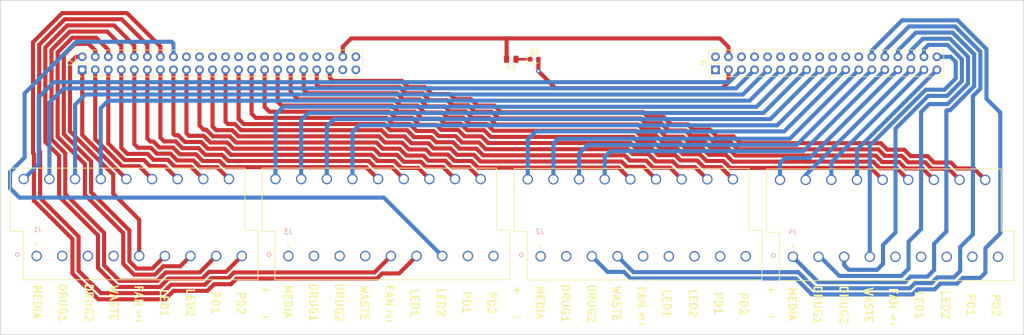
<source format=kicad_pcb>
(kicad_pcb (version 20171130) (host pcbnew 5.1.9)

  (general
    (thickness 1.6)
    (drawings 54)
    (tracks 974)
    (zones 0)
    (modules 8)
    (nets 78)
  )

  (page A4)
  (layers
    (0 F.Cu signal)
    (1 In1.Cu power)
    (2 In2.Cu power)
    (31 B.Cu signal)
    (32 B.Adhes user)
    (33 F.Adhes user)
    (34 B.Paste user)
    (35 F.Paste user)
    (36 B.SilkS user)
    (37 F.SilkS user)
    (38 B.Mask user)
    (39 F.Mask user)
    (40 Dwgs.User user)
    (41 Cmts.User user)
    (42 Eco1.User user)
    (43 Eco2.User user)
    (44 Edge.Cuts user)
    (45 Margin user)
    (46 B.CrtYd user)
    (47 F.CrtYd user)
    (48 B.Fab user hide)
    (49 F.Fab user hide)
  )

  (setup
    (last_trace_width 0.25)
    (trace_clearance 0.2)
    (zone_clearance 0.508)
    (zone_45_only no)
    (trace_min 0.2)
    (via_size 0.8)
    (via_drill 0.4)
    (via_min_size 0.4)
    (via_min_drill 0.3)
    (uvia_size 0.3)
    (uvia_drill 0.1)
    (uvias_allowed no)
    (uvia_min_size 0.2)
    (uvia_min_drill 0.1)
    (edge_width 0.15)
    (segment_width 0.2)
    (pcb_text_width 0.3)
    (pcb_text_size 1.5 1.5)
    (mod_edge_width 0.15)
    (mod_text_size 1 1)
    (mod_text_width 0.15)
    (pad_size 0.41 0.42)
    (pad_drill 0)
    (pad_to_mask_clearance 0.051)
    (solder_mask_min_width 0.25)
    (aux_axis_origin 0 0)
    (visible_elements 7FFFF7FF)
    (pcbplotparams
      (layerselection 0x010fc_ffffffff)
      (usegerberextensions false)
      (usegerberattributes false)
      (usegerberadvancedattributes false)
      (creategerberjobfile false)
      (excludeedgelayer true)
      (linewidth 0.100000)
      (plotframeref false)
      (viasonmask false)
      (mode 1)
      (useauxorigin false)
      (hpglpennumber 1)
      (hpglpenspeed 20)
      (hpglpendiameter 15.000000)
      (psnegative false)
      (psa4output false)
      (plotreference true)
      (plotvalue true)
      (plotinvisibletext false)
      (padsonsilk false)
      (subtractmaskfromsilk false)
      (outputformat 1)
      (mirror false)
      (drillshape 0)
      (scaleselection 1)
      (outputdirectory "v4.8/"))
  )

  (net 0 "")
  (net 1 GND)
  (net 2 +5V)
  (net 3 "Net-(D3-Pad1)")
  (net 4 /PD11_NEG)
  (net 5 /PD12_NEG)
  (net 6 /PD31_NEG)
  (net 7 /PD32_NEG)
  (net 8 /PD21_NEG)
  (net 9 /PD22_NEG)
  (net 10 /PD41_NEG)
  (net 11 /PD42_NEG)
  (net 12 /DRUG11_NEG)
  (net 13 /DRUG12_NEG)
  (net 14 /MEDIA1_NEG)
  (net 15 /WASTE1_NEG)
  (net 16 /FAN1_NEG)
  (net 17 /DRUG21_NEG)
  (net 18 /DRUG22_NEG)
  (net 19 /MEDIA2_NEG)
  (net 20 /WASTE2_NEG)
  (net 21 /FAN2_NEG)
  (net 22 /DRUG31_NEG)
  (net 23 /DRUG32_NEG)
  (net 24 /MEDIA3_NEG)
  (net 25 /WASTE3_NEG)
  (net 26 /FAN3_NEG)
  (net 27 /DRUG41_NEG)
  (net 28 /DRUG42_NEG)
  (net 29 /MEDIA4_NEG)
  (net 30 /WASTE4_NEG)
  (net 31 /FAN4_NEG)
  (net 32 /FAN1_POS)
  (net 33 /LED11_NEG)
  (net 34 /LED12_NEG)
  (net 35 /PD11_POS)
  (net 36 /FAN3_POS)
  (net 37 /LED31_NEG)
  (net 38 /LED32_NEG)
  (net 39 /LED22_NEG)
  (net 40 /LED21_NEG)
  (net 41 /FAN2_POS)
  (net 42 /LED42_NEG)
  (net 43 /LED41_NEG)
  (net 44 /FAN4_POS)
  (net 45 /SDA-PWM)
  (net 46 /SCL-PWM)
  (net 47 /MEDIA1_POS)
  (net 48 /DRUG11_POS)
  (net 49 /DRUG12_POS)
  (net 50 /WASTE1_POS)
  (net 51 /LED11_POS)
  (net 52 /LED12_POS)
  (net 53 /PD12_POS)
  (net 54 /MEDIA3_POS)
  (net 55 /DRUG31_POS)
  (net 56 /DRUG32_POS)
  (net 57 /WASTE3_POS)
  (net 58 /LED31_POS)
  (net 59 /LED32_POS)
  (net 60 /PD31_POS)
  (net 61 /PD32_POS)
  (net 62 /PD22_POS)
  (net 63 /PD21_POS)
  (net 64 /LED22_POS)
  (net 65 /LED21_POS)
  (net 66 /WASTE2_POS)
  (net 67 /DRUG22_POS)
  (net 68 /DRUG21_POS)
  (net 69 /MEDIA2_POS)
  (net 70 /PD42_POS)
  (net 71 /PD41_POS)
  (net 72 /LED42_POS)
  (net 73 /LED41_POS)
  (net 74 /WASTE4_POS)
  (net 75 /DRUG42_POS)
  (net 76 /DRUG41_POS)
  (net 77 /MEDIA4_POS)

  (net_class Default "This is the default net class."
    (clearance 0.2)
    (trace_width 0.25)
    (via_dia 0.8)
    (via_drill 0.4)
    (uvia_dia 0.3)
    (uvia_drill 0.1)
  )

  (net_class 12v ""
    (clearance 0.2)
    (trace_width 0.45)
    (via_dia 0.8)
    (via_drill 0.4)
    (uvia_dia 0.3)
    (uvia_drill 0.1)
  )

  (net_class "12v input" ""
    (clearance 0.7)
    (trace_width 2)
    (via_dia 0.8)
    (via_drill 0.4)
    (uvia_dia 0.3)
    (uvia_drill 0.1)
  )

  (net_class 5v ""
    (clearance 0.2)
    (trace_width 0.25)
    (via_dia 0.8)
    (via_drill 0.4)
    (uvia_dia 0.3)
    (uvia_drill 0.1)
  )

  (net_class mainpow ""
    (clearance 0.3)
    (trace_width 3.5)
    (via_dia 0.8)
    (via_drill 0.4)
    (uvia_dia 0.3)
    (uvia_drill 0.1)
  )

  (net_class ultrabig ""
    (clearance 0.2)
    (trace_width 4)
    (via_dia 0.8)
    (via_drill 0.4)
    (uvia_dia 0.3)
    (uvia_drill 0.1)
  )

  (net_class vref ""
    (clearance 0.4)
    (trace_width 0.8)
    (via_dia 0.8)
    (via_drill 0.4)
    (uvia_dia 0.3)
    (uvia_drill 0.1)
    (add_net +5V)
    (add_net /DRUG11_NEG)
    (add_net /DRUG11_POS)
    (add_net /DRUG12_NEG)
    (add_net /DRUG12_POS)
    (add_net /DRUG21_NEG)
    (add_net /DRUG21_POS)
    (add_net /DRUG22_NEG)
    (add_net /DRUG22_POS)
    (add_net /DRUG31_NEG)
    (add_net /DRUG31_POS)
    (add_net /DRUG32_NEG)
    (add_net /DRUG32_POS)
    (add_net /DRUG41_NEG)
    (add_net /DRUG41_POS)
    (add_net /DRUG42_NEG)
    (add_net /DRUG42_POS)
    (add_net /FAN1_NEG)
    (add_net /FAN1_POS)
    (add_net /FAN2_NEG)
    (add_net /FAN2_POS)
    (add_net /FAN3_NEG)
    (add_net /FAN3_POS)
    (add_net /FAN4_NEG)
    (add_net /FAN4_POS)
    (add_net /LED11_NEG)
    (add_net /LED11_POS)
    (add_net /LED12_NEG)
    (add_net /LED12_POS)
    (add_net /LED21_NEG)
    (add_net /LED21_POS)
    (add_net /LED22_NEG)
    (add_net /LED22_POS)
    (add_net /LED31_NEG)
    (add_net /LED31_POS)
    (add_net /LED32_NEG)
    (add_net /LED32_POS)
    (add_net /LED41_NEG)
    (add_net /LED41_POS)
    (add_net /LED42_NEG)
    (add_net /LED42_POS)
    (add_net /MEDIA1_NEG)
    (add_net /MEDIA1_POS)
    (add_net /MEDIA2_NEG)
    (add_net /MEDIA2_POS)
    (add_net /MEDIA3_NEG)
    (add_net /MEDIA3_POS)
    (add_net /MEDIA4_NEG)
    (add_net /MEDIA4_POS)
    (add_net /PD11_NEG)
    (add_net /PD11_POS)
    (add_net /PD12_NEG)
    (add_net /PD12_POS)
    (add_net /PD21_NEG)
    (add_net /PD21_POS)
    (add_net /PD22_NEG)
    (add_net /PD22_POS)
    (add_net /PD31_NEG)
    (add_net /PD31_POS)
    (add_net /PD32_NEG)
    (add_net /PD32_POS)
    (add_net /PD41_NEG)
    (add_net /PD41_POS)
    (add_net /PD42_NEG)
    (add_net /PD42_POS)
    (add_net /SCL-PWM)
    (add_net /SDA-PWM)
    (add_net /WASTE1_NEG)
    (add_net /WASTE1_POS)
    (add_net /WASTE2_NEG)
    (add_net /WASTE2_POS)
    (add_net /WASTE3_NEG)
    (add_net /WASTE3_POS)
    (add_net /WASTE4_NEG)
    (add_net /WASTE4_POS)
    (add_net GND)
    (add_net "Net-(D3-Pad1)")
  )

  (module Connector_PinHeader_2.54mm:PinHeader_2x18_P2.54mm_Vertical (layer F.Cu) (tedit 59FED5CC) (tstamp 606E5364)
    (at 189.8396 67.5894 90)
    (descr "Through hole straight pin header, 2x18, 2.54mm pitch, double rows")
    (tags "Through hole pin header THT 2x18 2.54mm double row")
    (path /601755E6)
    (fp_text reference J6 (at 1.27 -2.33 90) (layer F.SilkS)
      (effects (font (size 1 1) (thickness 0.15)))
    )
    (fp_text value Conn_02x18_Odd_Even (at 1.27 45.51 90) (layer F.Fab)
      (effects (font (size 1 1) (thickness 0.15)))
    )
    (fp_line (start 0 -1.27) (end 3.81 -1.27) (layer F.Fab) (width 0.1))
    (fp_line (start 3.81 -1.27) (end 3.81 44.45) (layer F.Fab) (width 0.1))
    (fp_line (start 3.81 44.45) (end -1.27 44.45) (layer F.Fab) (width 0.1))
    (fp_line (start -1.27 44.45) (end -1.27 0) (layer F.Fab) (width 0.1))
    (fp_line (start -1.27 0) (end 0 -1.27) (layer F.Fab) (width 0.1))
    (fp_line (start -1.33 44.51) (end 3.87 44.51) (layer F.SilkS) (width 0.12))
    (fp_line (start -1.33 1.27) (end -1.33 44.51) (layer F.SilkS) (width 0.12))
    (fp_line (start 3.87 -1.33) (end 3.87 44.51) (layer F.SilkS) (width 0.12))
    (fp_line (start -1.33 1.27) (end 1.27 1.27) (layer F.SilkS) (width 0.12))
    (fp_line (start 1.27 1.27) (end 1.27 -1.33) (layer F.SilkS) (width 0.12))
    (fp_line (start 1.27 -1.33) (end 3.87 -1.33) (layer F.SilkS) (width 0.12))
    (fp_line (start -1.33 0) (end -1.33 -1.33) (layer F.SilkS) (width 0.12))
    (fp_line (start -1.33 -1.33) (end 0 -1.33) (layer F.SilkS) (width 0.12))
    (fp_line (start -1.8 -1.8) (end -1.8 44.95) (layer F.CrtYd) (width 0.05))
    (fp_line (start -1.8 44.95) (end 4.35 44.95) (layer F.CrtYd) (width 0.05))
    (fp_line (start 4.35 44.95) (end 4.35 -1.8) (layer F.CrtYd) (width 0.05))
    (fp_line (start 4.35 -1.8) (end -1.8 -1.8) (layer F.CrtYd) (width 0.05))
    (fp_text user %R (at 1.27 21.59) (layer F.Fab)
      (effects (font (size 1 1) (thickness 0.15)))
    )
    (pad 1 thru_hole rect (at 0 0 90) (size 1.7 1.7) (drill 1) (layers *.Cu *.Mask)
      (net 45 /SDA-PWM))
    (pad 2 thru_hole oval (at 2.54 0 90) (size 1.7 1.7) (drill 1) (layers *.Cu *.Mask)
      (net 46 /SCL-PWM))
    (pad 3 thru_hole oval (at 0 2.54 90) (size 1.7 1.7) (drill 1) (layers *.Cu *.Mask)
      (net 2 +5V))
    (pad 4 thru_hole oval (at 2.54 2.54 90) (size 1.7 1.7) (drill 1) (layers *.Cu *.Mask)
      (net 1 GND))
    (pad 5 thru_hole oval (at 0 5.08 90) (size 1.7 1.7) (drill 1) (layers *.Cu *.Mask)
      (net 47 /MEDIA1_POS))
    (pad 6 thru_hole oval (at 2.54 5.08 90) (size 1.7 1.7) (drill 1) (layers *.Cu *.Mask)
      (net 14 /MEDIA1_NEG))
    (pad 7 thru_hole oval (at 0 7.62 90) (size 1.7 1.7) (drill 1) (layers *.Cu *.Mask)
      (net 48 /DRUG11_POS))
    (pad 8 thru_hole oval (at 2.54 7.62 90) (size 1.7 1.7) (drill 1) (layers *.Cu *.Mask)
      (net 12 /DRUG11_NEG))
    (pad 9 thru_hole oval (at 0 10.16 90) (size 1.7 1.7) (drill 1) (layers *.Cu *.Mask)
      (net 49 /DRUG12_POS))
    (pad 10 thru_hole oval (at 2.54 10.16 90) (size 1.7 1.7) (drill 1) (layers *.Cu *.Mask)
      (net 13 /DRUG12_NEG))
    (pad 11 thru_hole oval (at 0 12.7 90) (size 1.7 1.7) (drill 1) (layers *.Cu *.Mask)
      (net 50 /WASTE1_POS))
    (pad 12 thru_hole oval (at 2.54 12.7 90) (size 1.7 1.7) (drill 1) (layers *.Cu *.Mask)
      (net 15 /WASTE1_NEG))
    (pad 13 thru_hole oval (at 0 15.24 90) (size 1.7 1.7) (drill 1) (layers *.Cu *.Mask)
      (net 69 /MEDIA2_POS))
    (pad 14 thru_hole oval (at 2.54 15.24 90) (size 1.7 1.7) (drill 1) (layers *.Cu *.Mask)
      (net 19 /MEDIA2_NEG))
    (pad 15 thru_hole oval (at 0 17.78 90) (size 1.7 1.7) (drill 1) (layers *.Cu *.Mask)
      (net 68 /DRUG21_POS))
    (pad 16 thru_hole oval (at 2.54 17.78 90) (size 1.7 1.7) (drill 1) (layers *.Cu *.Mask)
      (net 17 /DRUG21_NEG))
    (pad 17 thru_hole oval (at 0 20.32 90) (size 1.7 1.7) (drill 1) (layers *.Cu *.Mask)
      (net 67 /DRUG22_POS))
    (pad 18 thru_hole oval (at 2.54 20.32 90) (size 1.7 1.7) (drill 1) (layers *.Cu *.Mask)
      (net 18 /DRUG22_NEG))
    (pad 19 thru_hole oval (at 0 22.86 90) (size 1.7 1.7) (drill 1) (layers *.Cu *.Mask)
      (net 66 /WASTE2_POS))
    (pad 20 thru_hole oval (at 2.54 22.86 90) (size 1.7 1.7) (drill 1) (layers *.Cu *.Mask)
      (net 20 /WASTE2_NEG))
    (pad 21 thru_hole oval (at 0 25.4 90) (size 1.7 1.7) (drill 1) (layers *.Cu *.Mask)
      (net 54 /MEDIA3_POS))
    (pad 22 thru_hole oval (at 2.54 25.4 90) (size 1.7 1.7) (drill 1) (layers *.Cu *.Mask)
      (net 24 /MEDIA3_NEG))
    (pad 23 thru_hole oval (at 0 27.94 90) (size 1.7 1.7) (drill 1) (layers *.Cu *.Mask)
      (net 55 /DRUG31_POS))
    (pad 24 thru_hole oval (at 2.54 27.94 90) (size 1.7 1.7) (drill 1) (layers *.Cu *.Mask)
      (net 22 /DRUG31_NEG))
    (pad 25 thru_hole oval (at 0 30.48 90) (size 1.7 1.7) (drill 1) (layers *.Cu *.Mask)
      (net 56 /DRUG32_POS))
    (pad 26 thru_hole oval (at 2.54 30.48 90) (size 1.7 1.7) (drill 1) (layers *.Cu *.Mask)
      (net 23 /DRUG32_NEG))
    (pad 27 thru_hole oval (at 0 33.02 90) (size 1.7 1.7) (drill 1) (layers *.Cu *.Mask)
      (net 57 /WASTE3_POS))
    (pad 28 thru_hole oval (at 2.54 33.02 90) (size 1.7 1.7) (drill 1) (layers *.Cu *.Mask)
      (net 25 /WASTE3_NEG))
    (pad 29 thru_hole oval (at 0 35.56 90) (size 1.7 1.7) (drill 1) (layers *.Cu *.Mask)
      (net 77 /MEDIA4_POS))
    (pad 30 thru_hole oval (at 2.54 35.56 90) (size 1.7 1.7) (drill 1) (layers *.Cu *.Mask)
      (net 29 /MEDIA4_NEG))
    (pad 31 thru_hole oval (at 0 38.1 90) (size 1.7 1.7) (drill 1) (layers *.Cu *.Mask)
      (net 76 /DRUG41_POS))
    (pad 32 thru_hole oval (at 2.54 38.1 90) (size 1.7 1.7) (drill 1) (layers *.Cu *.Mask)
      (net 27 /DRUG41_NEG))
    (pad 33 thru_hole oval (at 0 40.64 90) (size 1.7 1.7) (drill 1) (layers *.Cu *.Mask)
      (net 75 /DRUG42_POS))
    (pad 34 thru_hole oval (at 2.54 40.64 90) (size 1.7 1.7) (drill 1) (layers *.Cu *.Mask)
      (net 28 /DRUG42_NEG))
    (pad 35 thru_hole oval (at 0 43.18 90) (size 1.7 1.7) (drill 1) (layers *.Cu *.Mask)
      (net 74 /WASTE4_POS))
    (pad 36 thru_hole oval (at 2.54 43.18 90) (size 1.7 1.7) (drill 1) (layers *.Cu *.Mask)
      (net 30 /WASTE4_NEG))
    (model ${KISYS3DMOD}/Connector_PinHeader_2.54mm.3dshapes/PinHeader_2x18_P2.54mm_Vertical.wrl
      (at (xyz 0 0 0))
      (scale (xyz 1 1 1))
      (rotate (xyz 0 0 0))
    )
  )

  (module Connector_PinHeader_2.54mm:PinHeader_2x22_P2.54mm_Vertical (layer F.Cu) (tedit 59FED5CC) (tstamp 606E5483)
    (at 66.3956 67.5894 90)
    (descr "Through hole straight pin header, 2x22, 2.54mm pitch, double rows")
    (tags "Through hole pin header THT 2x22 2.54mm double row")
    (path /603318F2)
    (fp_text reference J7 (at 1.27 -2.33 90) (layer F.SilkS)
      (effects (font (size 1 1) (thickness 0.15)))
    )
    (fp_text value Conn_02x22_Odd_Even (at 1.27 55.67 90) (layer F.Fab)
      (effects (font (size 1 1) (thickness 0.15)))
    )
    (fp_line (start 0 -1.27) (end 3.81 -1.27) (layer F.Fab) (width 0.1))
    (fp_line (start 3.81 -1.27) (end 3.81 54.61) (layer F.Fab) (width 0.1))
    (fp_line (start 3.81 54.61) (end -1.27 54.61) (layer F.Fab) (width 0.1))
    (fp_line (start -1.27 54.61) (end -1.27 0) (layer F.Fab) (width 0.1))
    (fp_line (start -1.27 0) (end 0 -1.27) (layer F.Fab) (width 0.1))
    (fp_line (start -1.33 54.67) (end 3.87 54.67) (layer F.SilkS) (width 0.12))
    (fp_line (start -1.33 1.27) (end -1.33 54.67) (layer F.SilkS) (width 0.12))
    (fp_line (start 3.87 -1.33) (end 3.87 54.67) (layer F.SilkS) (width 0.12))
    (fp_line (start -1.33 1.27) (end 1.27 1.27) (layer F.SilkS) (width 0.12))
    (fp_line (start 1.27 1.27) (end 1.27 -1.33) (layer F.SilkS) (width 0.12))
    (fp_line (start 1.27 -1.33) (end 3.87 -1.33) (layer F.SilkS) (width 0.12))
    (fp_line (start -1.33 0) (end -1.33 -1.33) (layer F.SilkS) (width 0.12))
    (fp_line (start -1.33 -1.33) (end 0 -1.33) (layer F.SilkS) (width 0.12))
    (fp_line (start -1.8 -1.8) (end -1.8 55.15) (layer F.CrtYd) (width 0.05))
    (fp_line (start -1.8 55.15) (end 4.35 55.15) (layer F.CrtYd) (width 0.05))
    (fp_line (start 4.35 55.15) (end 4.35 -1.8) (layer F.CrtYd) (width 0.05))
    (fp_line (start 4.35 -1.8) (end -1.8 -1.8) (layer F.CrtYd) (width 0.05))
    (fp_text user %R (at 1.27 26.67) (layer F.Fab)
      (effects (font (size 1 1) (thickness 0.15)))
    )
    (pad 1 thru_hole rect (at 0 0 90) (size 1.7 1.7) (drill 1) (layers *.Cu *.Mask)
      (net 32 /FAN1_POS))
    (pad 2 thru_hole oval (at 2.54 0 90) (size 1.7 1.7) (drill 1) (layers *.Cu *.Mask)
      (net 16 /FAN1_NEG))
    (pad 3 thru_hole oval (at 0 2.54 90) (size 1.7 1.7) (drill 1) (layers *.Cu *.Mask)
      (net 51 /LED11_POS))
    (pad 4 thru_hole oval (at 2.54 2.54 90) (size 1.7 1.7) (drill 1) (layers *.Cu *.Mask)
      (net 33 /LED11_NEG))
    (pad 5 thru_hole oval (at 0 5.08 90) (size 1.7 1.7) (drill 1) (layers *.Cu *.Mask)
      (net 52 /LED12_POS))
    (pad 6 thru_hole oval (at 2.54 5.08 90) (size 1.7 1.7) (drill 1) (layers *.Cu *.Mask)
      (net 34 /LED12_NEG))
    (pad 7 thru_hole oval (at 0 7.62 90) (size 1.7 1.7) (drill 1) (layers *.Cu *.Mask)
      (net 35 /PD11_POS))
    (pad 8 thru_hole oval (at 2.54 7.62 90) (size 1.7 1.7) (drill 1) (layers *.Cu *.Mask)
      (net 4 /PD11_NEG))
    (pad 9 thru_hole oval (at 0 10.16 90) (size 1.7 1.7) (drill 1) (layers *.Cu *.Mask)
      (net 53 /PD12_POS))
    (pad 10 thru_hole oval (at 2.54 10.16 90) (size 1.7 1.7) (drill 1) (layers *.Cu *.Mask)
      (net 5 /PD12_NEG))
    (pad 11 thru_hole oval (at 0 12.7 90) (size 1.7 1.7) (drill 1) (layers *.Cu *.Mask)
      (net 41 /FAN2_POS))
    (pad 12 thru_hole oval (at 2.54 12.7 90) (size 1.7 1.7) (drill 1) (layers *.Cu *.Mask)
      (net 21 /FAN2_NEG))
    (pad 13 thru_hole oval (at 0 15.24 90) (size 1.7 1.7) (drill 1) (layers *.Cu *.Mask)
      (net 65 /LED21_POS))
    (pad 14 thru_hole oval (at 2.54 15.24 90) (size 1.7 1.7) (drill 1) (layers *.Cu *.Mask)
      (net 40 /LED21_NEG))
    (pad 15 thru_hole oval (at 0 17.78 90) (size 1.7 1.7) (drill 1) (layers *.Cu *.Mask)
      (net 64 /LED22_POS))
    (pad 16 thru_hole oval (at 2.54 17.78 90) (size 1.7 1.7) (drill 1) (layers *.Cu *.Mask)
      (net 39 /LED22_NEG))
    (pad 17 thru_hole oval (at 0 20.32 90) (size 1.7 1.7) (drill 1) (layers *.Cu *.Mask)
      (net 63 /PD21_POS))
    (pad 18 thru_hole oval (at 2.54 20.32 90) (size 1.7 1.7) (drill 1) (layers *.Cu *.Mask)
      (net 8 /PD21_NEG))
    (pad 19 thru_hole oval (at 0 22.86 90) (size 1.7 1.7) (drill 1) (layers *.Cu *.Mask)
      (net 62 /PD22_POS))
    (pad 20 thru_hole oval (at 2.54 22.86 90) (size 1.7 1.7) (drill 1) (layers *.Cu *.Mask)
      (net 9 /PD22_NEG))
    (pad 21 thru_hole oval (at 0 25.4 90) (size 1.7 1.7) (drill 1) (layers *.Cu *.Mask)
      (net 36 /FAN3_POS))
    (pad 22 thru_hole oval (at 2.54 25.4 90) (size 1.7 1.7) (drill 1) (layers *.Cu *.Mask)
      (net 26 /FAN3_NEG))
    (pad 23 thru_hole oval (at 0 27.94 90) (size 1.7 1.7) (drill 1) (layers *.Cu *.Mask)
      (net 58 /LED31_POS))
    (pad 24 thru_hole oval (at 2.54 27.94 90) (size 1.7 1.7) (drill 1) (layers *.Cu *.Mask)
      (net 37 /LED31_NEG))
    (pad 25 thru_hole oval (at 0 30.48 90) (size 1.7 1.7) (drill 1) (layers *.Cu *.Mask)
      (net 59 /LED32_POS))
    (pad 26 thru_hole oval (at 2.54 30.48 90) (size 1.7 1.7) (drill 1) (layers *.Cu *.Mask)
      (net 38 /LED32_NEG))
    (pad 27 thru_hole oval (at 0 33.02 90) (size 1.7 1.7) (drill 1) (layers *.Cu *.Mask)
      (net 60 /PD31_POS))
    (pad 28 thru_hole oval (at 2.54 33.02 90) (size 1.7 1.7) (drill 1) (layers *.Cu *.Mask)
      (net 6 /PD31_NEG))
    (pad 29 thru_hole oval (at 0 35.56 90) (size 1.7 1.7) (drill 1) (layers *.Cu *.Mask)
      (net 61 /PD32_POS))
    (pad 30 thru_hole oval (at 2.54 35.56 90) (size 1.7 1.7) (drill 1) (layers *.Cu *.Mask)
      (net 7 /PD32_NEG))
    (pad 31 thru_hole oval (at 0 38.1 90) (size 1.7 1.7) (drill 1) (layers *.Cu *.Mask)
      (net 44 /FAN4_POS))
    (pad 32 thru_hole oval (at 2.54 38.1 90) (size 1.7 1.7) (drill 1) (layers *.Cu *.Mask)
      (net 31 /FAN4_NEG))
    (pad 33 thru_hole oval (at 0 40.64 90) (size 1.7 1.7) (drill 1) (layers *.Cu *.Mask)
      (net 73 /LED41_POS))
    (pad 34 thru_hole oval (at 2.54 40.64 90) (size 1.7 1.7) (drill 1) (layers *.Cu *.Mask)
      (net 43 /LED41_NEG))
    (pad 35 thru_hole oval (at 0 43.18 90) (size 1.7 1.7) (drill 1) (layers *.Cu *.Mask)
      (net 72 /LED42_POS))
    (pad 36 thru_hole oval (at 2.54 43.18 90) (size 1.7 1.7) (drill 1) (layers *.Cu *.Mask)
      (net 42 /LED42_NEG))
    (pad 37 thru_hole oval (at 0 45.72 90) (size 1.7 1.7) (drill 1) (layers *.Cu *.Mask)
      (net 71 /PD41_POS))
    (pad 38 thru_hole oval (at 2.54 45.72 90) (size 1.7 1.7) (drill 1) (layers *.Cu *.Mask)
      (net 10 /PD41_NEG))
    (pad 39 thru_hole oval (at 0 48.26 90) (size 1.7 1.7) (drill 1) (layers *.Cu *.Mask)
      (net 70 /PD42_POS))
    (pad 40 thru_hole oval (at 2.54 48.26 90) (size 1.7 1.7) (drill 1) (layers *.Cu *.Mask)
      (net 11 /PD42_NEG))
    (pad 41 thru_hole oval (at 0 50.8 90) (size 1.7 1.7) (drill 1) (layers *.Cu *.Mask)
      (net 2 +5V))
    (pad 42 thru_hole oval (at 2.54 50.8 90) (size 1.7 1.7) (drill 1) (layers *.Cu *.Mask)
      (net 1 GND))
    (pad 43 thru_hole oval (at 0 53.34 90) (size 1.7 1.7) (drill 1) (layers *.Cu *.Mask)
      (net 45 /SDA-PWM))
    (pad 44 thru_hole oval (at 2.54 53.34 90) (size 1.7 1.7) (drill 1) (layers *.Cu *.Mask)
      (net 46 /SCL-PWM))
    (model ${KISYS3DMOD}/Connector_PinHeader_2.54mm.3dshapes/PinHeader_2x22_P2.54mm_Vertical.wrl
      (at (xyz 0 0 0))
      (scale (xyz 1 1 1))
      (rotate (xyz 0 0 0))
    )
  )

  (module ul_2828887:282888-7 (layer F.Cu) (tedit 0) (tstamp 6044300C)
    (at 57.5056 103.886)
    (path /60944719)
    (fp_text reference J1 (at 0.1524 -5.1816) (layer B.SilkS)
      (effects (font (size 1 1) (thickness 0.15)) (justify mirror))
    )
    (fp_text value Conn_02x09_Top_Bottom (at 19.05 -5.2324) (layer F.SilkS) hide
      (effects (font (size 1 1) (thickness 0.15)))
    )
    (fp_circle (center -3.77 -0.268) (end -3.389 -0.268) (layer B.SilkS) (width 0.1524))
    (fp_circle (center -3.77 -0.268) (end -3.389 -0.268) (layer F.SilkS) (width 0.1524))
    (fp_circle (center -0.214 -2.046) (end 0.167 -2.046) (layer F.Fab) (width 0.1524))
    (fp_line (start 43.254004 -5.154) (end 40.754 -5.154) (layer F.CrtYd) (width 0.1524))
    (fp_line (start 43.254004 4.754001) (end 43.254004 -5.154) (layer F.CrtYd) (width 0.1524))
    (fp_line (start -2.754 4.754001) (end 43.254004 4.754001) (layer F.CrtYd) (width 0.1524))
    (fp_line (start -2.754 -4.646) (end -2.754 4.754001) (layer F.CrtYd) (width 0.1524))
    (fp_line (start -5.254003 -4.646) (end -2.754 -4.646) (layer F.CrtYd) (width 0.1524))
    (fp_line (start -5.254003 -17.253999) (end -5.254003 -4.646) (layer F.CrtYd) (width 0.1524))
    (fp_line (start 40.754 -17.253999) (end -5.254003 -17.253999) (layer F.CrtYd) (width 0.1524))
    (fp_line (start 40.754 -5.154) (end 40.754 -17.253999) (layer F.CrtYd) (width 0.1524))
    (fp_line (start -2.627 4.627001) (end -2.627 -4.773) (layer F.SilkS) (width 0.1524))
    (fp_line (start 43.127004 4.627001) (end -2.627 4.627001) (layer F.SilkS) (width 0.1524))
    (fp_line (start -5.000003 -16.999999) (end -5.000003 -4.9) (layer F.Fab) (width 0.1524))
    (fp_line (start 43.000004 -4.9) (end 43.000004 4.500001) (layer F.Fab) (width 0.1524))
    (fp_line (start -5.000003 -16.999999) (end 40.5 -16.999999) (layer F.Fab) (width 0.1524))
    (fp_line (start 43.000004 4.500001) (end -2.5 4.500001) (layer F.Fab) (width 0.1524))
    (fp_line (start -2.5 -4.9) (end -2.5 4.500001) (layer F.Fab) (width 0.1524))
    (fp_line (start -5.000003 -4.9) (end -2.5 -4.9) (layer F.Fab) (width 0.1524))
    (fp_line (start 40.5 -4.9) (end 43.000004 -4.9) (layer F.Fab) (width 0.1524))
    (fp_line (start 40.5 -16.999999) (end 40.5 -4.9) (layer F.Fab) (width 0.1524))
    (fp_line (start 43.127004 -5.027) (end 43.127004 4.627001) (layer F.SilkS) (width 0.1524))
    (fp_line (start 40.627 -5.027) (end 43.127004 -5.027) (layer F.SilkS) (width 0.1524))
    (fp_line (start 40.627 -17.126999) (end 40.627 -5.027) (layer F.SilkS) (width 0.1524))
    (fp_line (start -5.127003 -17.126999) (end 40.627 -17.126999) (layer F.SilkS) (width 0.1524))
    (fp_line (start -5.127003 -4.773) (end -5.127003 -17.126999) (layer F.SilkS) (width 0.1524))
    (fp_line (start -2.627 -4.773) (end -5.127003 -4.773) (layer F.SilkS) (width 0.1524))
    (fp_text user * (at 0 0) (layer F.Fab)
      (effects (font (size 1 1) (thickness 0.15)))
    )
    (fp_text user * (at 0 -1.9304) (layer F.SilkS)
      (effects (font (size 1 1) (thickness 0.15)))
    )
    (fp_text user "Copyright 2016 Accelerated Designs. All rights reserved." (at 0 0) (layer Cmts.User)
      (effects (font (size 0.127 0.127) (thickness 0.002)))
    )
    (pad 9 thru_hole circle (at 40.000001 0) (size 2.032 2.032) (drill 1.524) (layers *.Cu *.Mask)
      (net 5 /PD12_NEG))
    (pad 18 thru_hole circle (at 37.500001 -15) (size 2.032 2.032) (drill 1.524) (layers *.Cu *.Mask)
      (net 53 /PD12_POS))
    (pad 8 thru_hole circle (at 35.000001 0) (size 2.032 2.032) (drill 1.524) (layers *.Cu *.Mask)
      (net 4 /PD11_NEG))
    (pad 17 thru_hole circle (at 32.500001 -15) (size 2.032 2.032) (drill 1.524) (layers *.Cu *.Mask)
      (net 35 /PD11_POS))
    (pad 7 thru_hole circle (at 30.000001 0) (size 2.032 2.032) (drill 1.524) (layers *.Cu *.Mask)
      (net 34 /LED12_NEG))
    (pad 16 thru_hole circle (at 27.500001 -15) (size 2.032 2.032) (drill 1.524) (layers *.Cu *.Mask)
      (net 52 /LED12_POS))
    (pad 6 thru_hole circle (at 25.000001 0) (size 2.032 2.032) (drill 1.524) (layers *.Cu *.Mask)
      (net 33 /LED11_NEG))
    (pad 15 thru_hole circle (at 22.500001 -15) (size 2.032 2.032) (drill 1.524) (layers *.Cu *.Mask)
      (net 51 /LED11_POS))
    (pad 5 thru_hole circle (at 20.000001 0) (size 2.032 2.032) (drill 1.524) (layers *.Cu *.Mask)
      (net 16 /FAN1_NEG))
    (pad 14 thru_hole circle (at 17.500001 -15) (size 2.032 2.032) (drill 1.524) (layers *.Cu *.Mask)
      (net 32 /FAN1_POS))
    (pad 4 thru_hole circle (at 15 0) (size 2.032 2.032) (drill 1.524) (layers *.Cu *.Mask)
      (net 15 /WASTE1_NEG))
    (pad 13 thru_hole circle (at 12.5 -15) (size 2.032 2.032) (drill 1.524) (layers *.Cu *.Mask)
      (net 50 /WASTE1_POS))
    (pad 3 thru_hole circle (at 10 0) (size 2.032 2.032) (drill 1.524) (layers *.Cu *.Mask)
      (net 13 /DRUG12_NEG))
    (pad 12 thru_hole circle (at 7.5 -15) (size 2.032 2.032) (drill 1.524) (layers *.Cu *.Mask)
      (net 49 /DRUG12_POS))
    (pad 2 thru_hole circle (at 5 0) (size 2.032 2.032) (drill 1.524) (layers *.Cu *.Mask)
      (net 12 /DRUG11_NEG))
    (pad 11 thru_hole circle (at 2.5 -15) (size 2.032 2.032) (drill 1.524) (layers *.Cu *.Mask)
      (net 48 /DRUG11_POS))
    (pad 1 thru_hole circle (at 0 0) (size 2.032 2.032) (drill 1.524) (layers *.Cu *.Mask)
      (net 14 /MEDIA1_NEG))
    (pad 10 thru_hole circle (at -2.5 -15) (size 2.032 2.032) (drill 1.524) (layers *.Cu *.Mask)
      (net 47 /MEDIA1_POS))
  )

  (module ul_2828887:282888-7 (layer F.Cu) (tedit 0) (tstamp 604430A5)
    (at 155.7528 103.9368)
    (path /6099CC9F)
    (fp_text reference J2 (at -0.1016 -4.826) (layer B.SilkS)
      (effects (font (size 1 1) (thickness 0.15)) (justify mirror))
    )
    (fp_text value Conn_02x09_Top_Bottom (at 19.1008 -5.4356) (layer F.SilkS) hide
      (effects (font (size 1 1) (thickness 0.15)))
    )
    (fp_circle (center -3.77 -0.268) (end -3.389 -0.268) (layer B.SilkS) (width 0.1524))
    (fp_circle (center -3.77 -0.268) (end -3.389 -0.268) (layer F.SilkS) (width 0.1524))
    (fp_circle (center -0.214 -2.046) (end 0.167 -2.046) (layer F.Fab) (width 0.1524))
    (fp_line (start 43.254004 -5.154) (end 40.754 -5.154) (layer F.CrtYd) (width 0.1524))
    (fp_line (start 43.254004 4.754001) (end 43.254004 -5.154) (layer F.CrtYd) (width 0.1524))
    (fp_line (start -2.754 4.754001) (end 43.254004 4.754001) (layer F.CrtYd) (width 0.1524))
    (fp_line (start -2.754 -4.646) (end -2.754 4.754001) (layer F.CrtYd) (width 0.1524))
    (fp_line (start -5.254003 -4.646) (end -2.754 -4.646) (layer F.CrtYd) (width 0.1524))
    (fp_line (start -5.254003 -17.253999) (end -5.254003 -4.646) (layer F.CrtYd) (width 0.1524))
    (fp_line (start 40.754 -17.253999) (end -5.254003 -17.253999) (layer F.CrtYd) (width 0.1524))
    (fp_line (start 40.754 -5.154) (end 40.754 -17.253999) (layer F.CrtYd) (width 0.1524))
    (fp_line (start -2.627 4.627001) (end -2.627 -4.773) (layer F.SilkS) (width 0.1524))
    (fp_line (start 43.127004 4.627001) (end -2.627 4.627001) (layer F.SilkS) (width 0.1524))
    (fp_line (start -5.000003 -16.999999) (end -5.000003 -4.9) (layer F.Fab) (width 0.1524))
    (fp_line (start 43.000004 -4.9) (end 43.000004 4.500001) (layer F.Fab) (width 0.1524))
    (fp_line (start -5.000003 -16.999999) (end 40.5 -16.999999) (layer F.Fab) (width 0.1524))
    (fp_line (start 43.000004 4.500001) (end -2.5 4.500001) (layer F.Fab) (width 0.1524))
    (fp_line (start -2.5 -4.9) (end -2.5 4.500001) (layer F.Fab) (width 0.1524))
    (fp_line (start -5.000003 -4.9) (end -2.5 -4.9) (layer F.Fab) (width 0.1524))
    (fp_line (start 40.5 -4.9) (end 43.000004 -4.9) (layer F.Fab) (width 0.1524))
    (fp_line (start 40.5 -16.999999) (end 40.5 -4.9) (layer F.Fab) (width 0.1524))
    (fp_line (start 43.127004 -5.027) (end 43.127004 4.627001) (layer F.SilkS) (width 0.1524))
    (fp_line (start 40.627 -5.027) (end 43.127004 -5.027) (layer F.SilkS) (width 0.1524))
    (fp_line (start 40.627 -17.126999) (end 40.627 -5.027) (layer F.SilkS) (width 0.1524))
    (fp_line (start -5.127003 -17.126999) (end 40.627 -17.126999) (layer F.SilkS) (width 0.1524))
    (fp_line (start -5.127003 -4.773) (end -5.127003 -17.126999) (layer F.SilkS) (width 0.1524))
    (fp_line (start -2.627 -4.773) (end -5.127003 -4.773) (layer F.SilkS) (width 0.1524))
    (fp_text user * (at 0 0) (layer F.Fab)
      (effects (font (size 1 1) (thickness 0.15)))
    )
    (fp_text user * (at 0 -1.778) (layer F.SilkS)
      (effects (font (size 1 1) (thickness 0.15)))
    )
    (fp_text user "Copyright 2016 Accelerated Designs. All rights reserved." (at 0 0) (layer Cmts.User)
      (effects (font (size 0.127 0.127) (thickness 0.002)))
    )
    (pad 9 thru_hole circle (at 40.000001 0) (size 2.032 2.032) (drill 1.524) (layers *.Cu *.Mask)
      (net 7 /PD32_NEG))
    (pad 18 thru_hole circle (at 37.500001 -15) (size 2.032 2.032) (drill 1.524) (layers *.Cu *.Mask)
      (net 61 /PD32_POS))
    (pad 8 thru_hole circle (at 35.000001 0) (size 2.032 2.032) (drill 1.524) (layers *.Cu *.Mask)
      (net 6 /PD31_NEG))
    (pad 17 thru_hole circle (at 32.500001 -15) (size 2.032 2.032) (drill 1.524) (layers *.Cu *.Mask)
      (net 60 /PD31_POS))
    (pad 7 thru_hole circle (at 30.000001 0) (size 2.032 2.032) (drill 1.524) (layers *.Cu *.Mask)
      (net 38 /LED32_NEG))
    (pad 16 thru_hole circle (at 27.500001 -15) (size 2.032 2.032) (drill 1.524) (layers *.Cu *.Mask)
      (net 59 /LED32_POS))
    (pad 6 thru_hole circle (at 25.000001 0) (size 2.032 2.032) (drill 1.524) (layers *.Cu *.Mask)
      (net 37 /LED31_NEG))
    (pad 15 thru_hole circle (at 22.500001 -15) (size 2.032 2.032) (drill 1.524) (layers *.Cu *.Mask)
      (net 58 /LED31_POS))
    (pad 5 thru_hole circle (at 20.000001 0) (size 2.032 2.032) (drill 1.524) (layers *.Cu *.Mask)
      (net 26 /FAN3_NEG))
    (pad 14 thru_hole circle (at 17.500001 -15) (size 2.032 2.032) (drill 1.524) (layers *.Cu *.Mask)
      (net 36 /FAN3_POS))
    (pad 4 thru_hole circle (at 15 0) (size 2.032 2.032) (drill 1.524) (layers *.Cu *.Mask)
      (net 25 /WASTE3_NEG))
    (pad 13 thru_hole circle (at 12.5 -15) (size 2.032 2.032) (drill 1.524) (layers *.Cu *.Mask)
      (net 57 /WASTE3_POS))
    (pad 3 thru_hole circle (at 10 0) (size 2.032 2.032) (drill 1.524) (layers *.Cu *.Mask)
      (net 23 /DRUG32_NEG))
    (pad 12 thru_hole circle (at 7.5 -15) (size 2.032 2.032) (drill 1.524) (layers *.Cu *.Mask)
      (net 56 /DRUG32_POS))
    (pad 2 thru_hole circle (at 5 0) (size 2.032 2.032) (drill 1.524) (layers *.Cu *.Mask)
      (net 22 /DRUG31_NEG))
    (pad 11 thru_hole circle (at 2.5 -15) (size 2.032 2.032) (drill 1.524) (layers *.Cu *.Mask)
      (net 55 /DRUG31_POS))
    (pad 1 thru_hole circle (at 0 0) (size 2.032 2.032) (drill 1.524) (layers *.Cu *.Mask)
      (net 24 /MEDIA3_NEG))
    (pad 10 thru_hole circle (at -2.5 -15) (size 2.032 2.032) (drill 1.524) (layers *.Cu *.Mask)
      (net 54 /MEDIA3_POS))
  )

  (module ul_2828887:282888-7 (layer F.Cu) (tedit 0) (tstamp 6044313E)
    (at 106.5784 103.886)
    (path /609574EF)
    (fp_text reference J3 (at 0 -4.7244) (layer B.SilkS)
      (effects (font (size 1 1) (thickness 0.15)) (justify mirror))
    )
    (fp_text value Conn_02x09_Top_Bottom (at 19.4056 -4.826) (layer F.SilkS) hide
      (effects (font (size 1 1) (thickness 0.15)))
    )
    (fp_line (start -2.627 -4.773) (end -5.127003 -4.773) (layer F.SilkS) (width 0.1524))
    (fp_line (start -5.127003 -4.773) (end -5.127003 -17.126999) (layer F.SilkS) (width 0.1524))
    (fp_line (start -5.127003 -17.126999) (end 40.627 -17.126999) (layer F.SilkS) (width 0.1524))
    (fp_line (start 40.627 -17.126999) (end 40.627 -5.027) (layer F.SilkS) (width 0.1524))
    (fp_line (start 40.627 -5.027) (end 43.127004 -5.027) (layer F.SilkS) (width 0.1524))
    (fp_line (start 43.127004 -5.027) (end 43.127004 4.627001) (layer F.SilkS) (width 0.1524))
    (fp_line (start 40.5 -16.999999) (end 40.5 -4.9) (layer F.Fab) (width 0.1524))
    (fp_line (start 40.5 -4.9) (end 43.000004 -4.9) (layer F.Fab) (width 0.1524))
    (fp_line (start -5.000003 -4.9) (end -2.5 -4.9) (layer F.Fab) (width 0.1524))
    (fp_line (start -2.5 -4.9) (end -2.5 4.500001) (layer F.Fab) (width 0.1524))
    (fp_line (start 43.000004 4.500001) (end -2.5 4.500001) (layer F.Fab) (width 0.1524))
    (fp_line (start -5.000003 -16.999999) (end 40.5 -16.999999) (layer F.Fab) (width 0.1524))
    (fp_line (start 43.000004 -4.9) (end 43.000004 4.500001) (layer F.Fab) (width 0.1524))
    (fp_line (start -5.000003 -16.999999) (end -5.000003 -4.9) (layer F.Fab) (width 0.1524))
    (fp_line (start 43.127004 4.627001) (end -2.627 4.627001) (layer F.SilkS) (width 0.1524))
    (fp_line (start -2.627 4.627001) (end -2.627 -4.773) (layer F.SilkS) (width 0.1524))
    (fp_line (start 40.754 -5.154) (end 40.754 -17.253999) (layer F.CrtYd) (width 0.1524))
    (fp_line (start 40.754 -17.253999) (end -5.254003 -17.253999) (layer F.CrtYd) (width 0.1524))
    (fp_line (start -5.254003 -17.253999) (end -5.254003 -4.646) (layer F.CrtYd) (width 0.1524))
    (fp_line (start -5.254003 -4.646) (end -2.754 -4.646) (layer F.CrtYd) (width 0.1524))
    (fp_line (start -2.754 -4.646) (end -2.754 4.754001) (layer F.CrtYd) (width 0.1524))
    (fp_line (start -2.754 4.754001) (end 43.254004 4.754001) (layer F.CrtYd) (width 0.1524))
    (fp_line (start 43.254004 4.754001) (end 43.254004 -5.154) (layer F.CrtYd) (width 0.1524))
    (fp_line (start 43.254004 -5.154) (end 40.754 -5.154) (layer F.CrtYd) (width 0.1524))
    (fp_circle (center -0.214 -2.046) (end 0.167 -2.046) (layer F.Fab) (width 0.1524))
    (fp_circle (center -3.77 -0.268) (end -3.389 -0.268) (layer F.SilkS) (width 0.1524))
    (fp_circle (center -3.77 -0.268) (end -3.389 -0.268) (layer B.SilkS) (width 0.1524))
    (fp_text user "Copyright 2016 Accelerated Designs. All rights reserved." (at 0 0) (layer Cmts.User)
      (effects (font (size 0.127 0.127) (thickness 0.002)))
    )
    (fp_text user * (at 0 -1.7272) (layer F.SilkS)
      (effects (font (size 1 1) (thickness 0.15)))
    )
    (fp_text user * (at 0 0) (layer F.Fab)
      (effects (font (size 1 1) (thickness 0.15)))
    )
    (pad 10 thru_hole circle (at -2.5 -15) (size 2.032 2.032) (drill 1.524) (layers *.Cu *.Mask)
      (net 69 /MEDIA2_POS))
    (pad 1 thru_hole circle (at 0 0) (size 2.032 2.032) (drill 1.524) (layers *.Cu *.Mask)
      (net 19 /MEDIA2_NEG))
    (pad 11 thru_hole circle (at 2.5 -15) (size 2.032 2.032) (drill 1.524) (layers *.Cu *.Mask)
      (net 68 /DRUG21_POS))
    (pad 2 thru_hole circle (at 5 0) (size 2.032 2.032) (drill 1.524) (layers *.Cu *.Mask)
      (net 17 /DRUG21_NEG))
    (pad 12 thru_hole circle (at 7.5 -15) (size 2.032 2.032) (drill 1.524) (layers *.Cu *.Mask)
      (net 67 /DRUG22_POS))
    (pad 3 thru_hole circle (at 10 0) (size 2.032 2.032) (drill 1.524) (layers *.Cu *.Mask)
      (net 18 /DRUG22_NEG))
    (pad 13 thru_hole circle (at 12.5 -15) (size 2.032 2.032) (drill 1.524) (layers *.Cu *.Mask)
      (net 66 /WASTE2_POS))
    (pad 4 thru_hole circle (at 15 0) (size 2.032 2.032) (drill 1.524) (layers *.Cu *.Mask)
      (net 20 /WASTE2_NEG))
    (pad 14 thru_hole circle (at 17.500001 -15) (size 2.032 2.032) (drill 1.524) (layers *.Cu *.Mask)
      (net 41 /FAN2_POS))
    (pad 5 thru_hole circle (at 20.000001 0) (size 2.032 2.032) (drill 1.524) (layers *.Cu *.Mask)
      (net 21 /FAN2_NEG))
    (pad 15 thru_hole circle (at 22.500001 -15) (size 2.032 2.032) (drill 1.524) (layers *.Cu *.Mask)
      (net 65 /LED21_POS))
    (pad 6 thru_hole circle (at 25.000001 0) (size 2.032 2.032) (drill 1.524) (layers *.Cu *.Mask)
      (net 40 /LED21_NEG))
    (pad 16 thru_hole circle (at 27.500001 -15) (size 2.032 2.032) (drill 1.524) (layers *.Cu *.Mask)
      (net 64 /LED22_POS))
    (pad 7 thru_hole circle (at 30.000001 0) (size 2.032 2.032) (drill 1.524) (layers *.Cu *.Mask)
      (net 39 /LED22_NEG))
    (pad 17 thru_hole circle (at 32.500001 -15) (size 2.032 2.032) (drill 1.524) (layers *.Cu *.Mask)
      (net 63 /PD21_POS))
    (pad 8 thru_hole circle (at 35.000001 0) (size 2.032 2.032) (drill 1.524) (layers *.Cu *.Mask)
      (net 8 /PD21_NEG))
    (pad 18 thru_hole circle (at 37.500001 -15) (size 2.032 2.032) (drill 1.524) (layers *.Cu *.Mask)
      (net 62 /PD22_POS))
    (pad 9 thru_hole circle (at 40.000001 0) (size 2.032 2.032) (drill 1.524) (layers *.Cu *.Mask)
      (net 9 /PD22_NEG))
  )

  (module ul_2828887:282888-7 (layer F.Cu) (tedit 0) (tstamp 604431D7)
    (at 204.9272 104.0384)
    (path /6099CCA5)
    (fp_text reference J4 (at 0 -4.9276) (layer B.SilkS)
      (effects (font (size 1 1) (thickness 0.15)) (justify mirror))
    )
    (fp_text value Conn_02x09_Top_Bottom (at 19.1516 -5.3848) (layer F.SilkS) hide
      (effects (font (size 1 1) (thickness 0.15)))
    )
    (fp_line (start -2.627 -4.773) (end -5.127003 -4.773) (layer F.SilkS) (width 0.1524))
    (fp_line (start -5.127003 -4.773) (end -5.127003 -17.126999) (layer F.SilkS) (width 0.1524))
    (fp_line (start -5.127003 -17.126999) (end 40.627 -17.126999) (layer F.SilkS) (width 0.1524))
    (fp_line (start 40.627 -17.126999) (end 40.627 -5.027) (layer F.SilkS) (width 0.1524))
    (fp_line (start 40.627 -5.027) (end 43.127004 -5.027) (layer F.SilkS) (width 0.1524))
    (fp_line (start 43.127004 -5.027) (end 43.127004 4.627001) (layer F.SilkS) (width 0.1524))
    (fp_line (start 40.5 -16.999999) (end 40.5 -4.9) (layer F.Fab) (width 0.1524))
    (fp_line (start 40.5 -4.9) (end 43.000004 -4.9) (layer F.Fab) (width 0.1524))
    (fp_line (start -5.000003 -4.9) (end -2.5 -4.9) (layer F.Fab) (width 0.1524))
    (fp_line (start -2.5 -4.9) (end -2.5 4.500001) (layer F.Fab) (width 0.1524))
    (fp_line (start 43.000004 4.500001) (end -2.5 4.500001) (layer F.Fab) (width 0.1524))
    (fp_line (start -5.000003 -16.999999) (end 40.5 -16.999999) (layer F.Fab) (width 0.1524))
    (fp_line (start 43.000004 -4.9) (end 43.000004 4.500001) (layer F.Fab) (width 0.1524))
    (fp_line (start -5.000003 -16.999999) (end -5.000003 -4.9) (layer F.Fab) (width 0.1524))
    (fp_line (start 43.127004 4.627001) (end -2.627 4.627001) (layer F.SilkS) (width 0.1524))
    (fp_line (start -2.627 4.627001) (end -2.627 -4.773) (layer F.SilkS) (width 0.1524))
    (fp_line (start 40.754 -5.154) (end 40.754 -17.253999) (layer F.CrtYd) (width 0.1524))
    (fp_line (start 40.754 -17.253999) (end -5.254003 -17.253999) (layer F.CrtYd) (width 0.1524))
    (fp_line (start -5.254003 -17.253999) (end -5.254003 -4.646) (layer F.CrtYd) (width 0.1524))
    (fp_line (start -5.254003 -4.646) (end -2.754 -4.646) (layer F.CrtYd) (width 0.1524))
    (fp_line (start -2.754 -4.646) (end -2.754 4.754001) (layer F.CrtYd) (width 0.1524))
    (fp_line (start -2.754 4.754001) (end 43.254004 4.754001) (layer F.CrtYd) (width 0.1524))
    (fp_line (start 43.254004 4.754001) (end 43.254004 -5.154) (layer F.CrtYd) (width 0.1524))
    (fp_line (start 43.254004 -5.154) (end 40.754 -5.154) (layer F.CrtYd) (width 0.1524))
    (fp_circle (center -0.214 -2.046) (end 0.167 -2.046) (layer F.Fab) (width 0.1524))
    (fp_circle (center -3.77 -0.268) (end -3.389 -0.268) (layer F.SilkS) (width 0.1524))
    (fp_circle (center -3.77 -0.268) (end -3.389 -0.268) (layer B.SilkS) (width 0.1524))
    (fp_text user "Copyright 2016 Accelerated Designs. All rights reserved." (at 0 0) (layer Cmts.User)
      (effects (font (size 0.127 0.127) (thickness 0.002)))
    )
    (fp_text user * (at 0.0508 -1.7272) (layer F.SilkS)
      (effects (font (size 1 1) (thickness 0.15)))
    )
    (fp_text user * (at 0 0) (layer F.Fab)
      (effects (font (size 1 1) (thickness 0.15)))
    )
    (pad 10 thru_hole circle (at -2.5 -15) (size 2.032 2.032) (drill 1.524) (layers *.Cu *.Mask)
      (net 77 /MEDIA4_POS))
    (pad 1 thru_hole circle (at 0 0) (size 2.032 2.032) (drill 1.524) (layers *.Cu *.Mask)
      (net 29 /MEDIA4_NEG))
    (pad 11 thru_hole circle (at 2.5 -15) (size 2.032 2.032) (drill 1.524) (layers *.Cu *.Mask)
      (net 76 /DRUG41_POS))
    (pad 2 thru_hole circle (at 5 0) (size 2.032 2.032) (drill 1.524) (layers *.Cu *.Mask)
      (net 27 /DRUG41_NEG))
    (pad 12 thru_hole circle (at 7.5 -15) (size 2.032 2.032) (drill 1.524) (layers *.Cu *.Mask)
      (net 75 /DRUG42_POS))
    (pad 3 thru_hole circle (at 10 0) (size 2.032 2.032) (drill 1.524) (layers *.Cu *.Mask)
      (net 28 /DRUG42_NEG))
    (pad 13 thru_hole circle (at 12.5 -15) (size 2.032 2.032) (drill 1.524) (layers *.Cu *.Mask)
      (net 74 /WASTE4_POS))
    (pad 4 thru_hole circle (at 15 0) (size 2.032 2.032) (drill 1.524) (layers *.Cu *.Mask)
      (net 30 /WASTE4_NEG))
    (pad 14 thru_hole circle (at 17.500001 -15) (size 2.032 2.032) (drill 1.524) (layers *.Cu *.Mask)
      (net 44 /FAN4_POS))
    (pad 5 thru_hole circle (at 20.000001 0) (size 2.032 2.032) (drill 1.524) (layers *.Cu *.Mask)
      (net 31 /FAN4_NEG))
    (pad 15 thru_hole circle (at 22.500001 -15) (size 2.032 2.032) (drill 1.524) (layers *.Cu *.Mask)
      (net 73 /LED41_POS))
    (pad 6 thru_hole circle (at 25.000001 0) (size 2.032 2.032) (drill 1.524) (layers *.Cu *.Mask)
      (net 43 /LED41_NEG))
    (pad 16 thru_hole circle (at 27.500001 -15) (size 2.032 2.032) (drill 1.524) (layers *.Cu *.Mask)
      (net 72 /LED42_POS))
    (pad 7 thru_hole circle (at 30.000001 0) (size 2.032 2.032) (drill 1.524) (layers *.Cu *.Mask)
      (net 42 /LED42_NEG))
    (pad 17 thru_hole circle (at 32.500001 -15) (size 2.032 2.032) (drill 1.524) (layers *.Cu *.Mask)
      (net 71 /PD41_POS))
    (pad 8 thru_hole circle (at 35.000001 0) (size 2.032 2.032) (drill 1.524) (layers *.Cu *.Mask)
      (net 10 /PD41_NEG))
    (pad 18 thru_hole circle (at 37.500001 -15) (size 2.032 2.032) (drill 1.524) (layers *.Cu *.Mask)
      (net 70 /PD42_POS))
    (pad 9 thru_hole circle (at 40.000001 0) (size 2.032 2.032) (drill 1.524) (layers *.Cu *.Mask)
      (net 11 /PD42_NEG))
  )

  (module LED_SMD:LED_0603_1608Metric (layer F.Cu) (tedit 5F68FEF1) (tstamp 606E5418)
    (at 154.5336 65.532)
    (descr "LED SMD 0603 (1608 Metric), square (rectangular) end terminal, IPC_7351 nominal, (Body size source: http://www.tortai-tech.com/upload/download/2011102023233369053.pdf), generated with kicad-footprint-generator")
    (tags LED)
    (path /5EC8A60A)
    (attr smd)
    (fp_text reference D3 (at 0 -1.43) (layer F.SilkS)
      (effects (font (size 1 1) (thickness 0.15)))
    )
    (fp_text value 19-217/GHC-YR1S2/3T (at 0 1.43) (layer F.Fab)
      (effects (font (size 1 1) (thickness 0.15)))
    )
    (fp_line (start 0.8 -0.4) (end -0.5 -0.4) (layer F.Fab) (width 0.1))
    (fp_line (start -0.5 -0.4) (end -0.8 -0.1) (layer F.Fab) (width 0.1))
    (fp_line (start -0.8 -0.1) (end -0.8 0.4) (layer F.Fab) (width 0.1))
    (fp_line (start -0.8 0.4) (end 0.8 0.4) (layer F.Fab) (width 0.1))
    (fp_line (start 0.8 0.4) (end 0.8 -0.4) (layer F.Fab) (width 0.1))
    (fp_line (start 0.8 -0.735) (end -1.485 -0.735) (layer F.SilkS) (width 0.12))
    (fp_line (start -1.485 -0.735) (end -1.485 0.735) (layer F.SilkS) (width 0.12))
    (fp_line (start -1.485 0.735) (end 0.8 0.735) (layer F.SilkS) (width 0.12))
    (fp_line (start -1.48 0.73) (end -1.48 -0.73) (layer F.CrtYd) (width 0.05))
    (fp_line (start -1.48 -0.73) (end 1.48 -0.73) (layer F.CrtYd) (width 0.05))
    (fp_line (start 1.48 -0.73) (end 1.48 0.73) (layer F.CrtYd) (width 0.05))
    (fp_line (start 1.48 0.73) (end -1.48 0.73) (layer F.CrtYd) (width 0.05))
    (fp_text user %R (at 0 0) (layer F.Fab)
      (effects (font (size 0.4 0.4) (thickness 0.06)))
    )
    (pad 1 smd roundrect (at -0.7875 0) (size 0.875 0.95) (layers F.Cu F.Paste F.Mask) (roundrect_rratio 0.25)
      (net 3 "Net-(D3-Pad1)"))
    (pad 2 smd roundrect (at 0.7875 0) (size 0.875 0.95) (layers F.Cu F.Paste F.Mask) (roundrect_rratio 0.25)
      (net 2 +5V))
    (model ${KISYS3DMOD}/LED_SMD.3dshapes/LED_0603_1608Metric.wrl
      (at (xyz 0 0 0))
      (scale (xyz 1 1 1))
      (rotate (xyz 0 0 0))
    )
  )

  (module Resistor_SMD:R_0805_2012Metric (layer F.Cu) (tedit 5F68FEEE) (tstamp 606E53E6)
    (at 150.041001 65.541801 180)
    (descr "Resistor SMD 0805 (2012 Metric), square (rectangular) end terminal, IPC_7351 nominal, (Body size source: IPC-SM-782 page 72, https://www.pcb-3d.com/wordpress/wp-content/uploads/ipc-sm-782a_amendment_1_and_2.pdf), generated with kicad-footprint-generator")
    (tags resistor)
    (path /5EC8A5FB)
    (attr smd)
    (fp_text reference R3 (at 0 -1.65) (layer F.SilkS)
      (effects (font (size 1 1) (thickness 0.15)))
    )
    (fp_text value 169Ω (at 0 1.65) (layer F.Fab)
      (effects (font (size 1 1) (thickness 0.15)))
    )
    (fp_line (start -1 0.625) (end -1 -0.625) (layer F.Fab) (width 0.1))
    (fp_line (start -1 -0.625) (end 1 -0.625) (layer F.Fab) (width 0.1))
    (fp_line (start 1 -0.625) (end 1 0.625) (layer F.Fab) (width 0.1))
    (fp_line (start 1 0.625) (end -1 0.625) (layer F.Fab) (width 0.1))
    (fp_line (start -0.227064 -0.735) (end 0.227064 -0.735) (layer F.SilkS) (width 0.12))
    (fp_line (start -0.227064 0.735) (end 0.227064 0.735) (layer F.SilkS) (width 0.12))
    (fp_line (start -1.68 0.95) (end -1.68 -0.95) (layer F.CrtYd) (width 0.05))
    (fp_line (start -1.68 -0.95) (end 1.68 -0.95) (layer F.CrtYd) (width 0.05))
    (fp_line (start 1.68 -0.95) (end 1.68 0.95) (layer F.CrtYd) (width 0.05))
    (fp_line (start 1.68 0.95) (end -1.68 0.95) (layer F.CrtYd) (width 0.05))
    (fp_text user %R (at 0 0) (layer F.Fab)
      (effects (font (size 0.5 0.5) (thickness 0.08)))
    )
    (pad 1 smd roundrect (at -0.9125 0 180) (size 1.025 1.4) (layers F.Cu F.Paste F.Mask) (roundrect_rratio 0.243902)
      (net 3 "Net-(D3-Pad1)"))
    (pad 2 smd roundrect (at 0.9125 0 180) (size 1.025 1.4) (layers F.Cu F.Paste F.Mask) (roundrect_rratio 0.243902)
      (net 1 GND))
    (model ${KISYS3DMOD}/Resistor_SMD.3dshapes/R_0805_2012Metric.wrl
      (at (xyz 0 0 0))
      (scale (xyz 1 1 1))
      (rotate (xyz 0 0 0))
    )
  )

  (gr_text _ (at 77.4192 115.824) (layer F.SilkS) (tstamp 60710BF8)
    (effects (font (size 1.2 1.2) (thickness 0.3)))
  )
  (gr_text 1 (at 77.4192 115.1636) (layer F.SilkS) (tstamp 60710BF7)
    (effects (font (size 1.2 1.2) (thickness 0.3)))
  )
  (gr_text 2 (at 126.1872 115.2652) (layer F.SilkS) (tstamp 60710B76)
    (effects (font (size 1.2 1.2) (thickness 0.3)))
  )
  (gr_text _ (at 126.238 115.9256) (layer F.SilkS) (tstamp 60710B75)
    (effects (font (size 1.2 1.2) (thickness 0.3)))
  )
  (gr_text 3 (at 175.4124 115.7732) (layer F.SilkS) (tstamp 60710B24)
    (effects (font (size 1.2 1.2) (thickness 0.3)))
  )
  (gr_text _ (at 175.4632 116.4336) (layer F.SilkS) (tstamp 60710B23)
    (effects (font (size 1.2 1.2) (thickness 0.3)))
  )
  (gr_text _ (at 224.5868 116.5352) (layer F.SilkS)
    (effects (font (size 1.2 1.2) (thickness 0.3)))
  )
  (gr_text 4 (at 224.4852 115.9256) (layer F.SilkS)
    (effects (font (size 1.2 1.2) (thickness 0.3)))
  )
  (gr_text WASTE (at 72.5424 113.03 -90) (layer F.SilkS) (tstamp 607109C7)
    (effects (font (size 1.5 1.5) (thickness 0.3)))
  )
  (gr_text DRUG2 (at 67.6656 113.03 -90) (layer F.SilkS) (tstamp 607109C6)
    (effects (font (size 1.5 1.5) (thickness 0.3)))
  )
  (gr_text PD1 (at 92.4052 113.03 -90) (layer F.SilkS) (tstamp 607109C5)
    (effects (font (size 1.5 1.5) (thickness 0.3)))
  )
  (gr_text PD2 (at 97.3328 113.0808 -90) (layer F.SilkS) (tstamp 607109C4)
    (effects (font (size 1.5 1.5) (thickness 0.3)))
  )
  (gr_text LED1 (at 82.3468 113.0808 -90) (layer F.SilkS) (tstamp 607109C3)
    (effects (font (size 1.5 1.5) (thickness 0.3)))
  )
  (gr_text DRUG1 (at 62.5856 113.03 -90) (layer F.SilkS) (tstamp 607109C2)
    (effects (font (size 1.5 1.5) (thickness 0.3)))
  )
  (gr_text FAN (at 77.3684 111.6584 -90) (layer F.SilkS) (tstamp 607109C1)
    (effects (font (size 1.5 1.5) (thickness 0.3)))
  )
  (gr_text MEDIA (at 57.6072 112.8268 -90) (layer F.SilkS) (tstamp 607109C0)
    (effects (font (size 1.5 1.5) (thickness 0.3)))
  )
  (gr_text LED2 (at 87.4776 112.9792 -90) (layer F.SilkS) (tstamp 607109BF)
    (effects (font (size 1.5 1.5) (thickness 0.3)))
  )
  (gr_text WASTE (at 121.412 112.9792 -90) (layer F.SilkS) (tstamp 607109C7)
    (effects (font (size 1.5 1.5) (thickness 0.3)))
  )
  (gr_text DRUG2 (at 116.5352 112.9792 -90) (layer F.SilkS) (tstamp 607109C6)
    (effects (font (size 1.5 1.5) (thickness 0.3)))
  )
  (gr_text PD1 (at 141.2748 112.9792 -90) (layer F.SilkS) (tstamp 607109C5)
    (effects (font (size 1.5 1.5) (thickness 0.3)))
  )
  (gr_text PD2 (at 146.2024 113.03 -90) (layer F.SilkS) (tstamp 607109C4)
    (effects (font (size 1.5 1.5) (thickness 0.3)))
  )
  (gr_text LED1 (at 131.2164 113.03 -90) (layer F.SilkS) (tstamp 607109C3)
    (effects (font (size 1.5 1.5) (thickness 0.3)))
  )
  (gr_text DRUG1 (at 111.4552 112.9792 -90) (layer F.SilkS) (tstamp 607109C2)
    (effects (font (size 1.5 1.5) (thickness 0.3)))
  )
  (gr_text FAN (at 126.2888 111.6076 -90) (layer F.SilkS) (tstamp 607109C1)
    (effects (font (size 1.5 1.5) (thickness 0.3)))
  )
  (gr_text MEDIA (at 106.4768 112.776 -90) (layer F.SilkS) (tstamp 607109C0)
    (effects (font (size 1.5 1.5) (thickness 0.3)))
  )
  (gr_text LED2 (at 136.3472 112.9284 -90) (layer F.SilkS) (tstamp 607109BF)
    (effects (font (size 1.5 1.5) (thickness 0.3)))
  )
  (gr_text + (at 102.1588 110.6424 180) (layer F.SilkS) (tstamp 607109B8)
    (effects (font (size 1.5 1.5) (thickness 0.3)))
  )
  (gr_text - (at 102.2096 115.6716) (layer F.SilkS) (tstamp 607109B7)
    (effects (font (size 1.5 1.5) (thickness 0.3)))
  )
  (gr_text + (at 151.1808 110.6932 180) (layer F.SilkS) (tstamp 607109B8)
    (effects (font (size 1.5 1.5) (thickness 0.3)))
  )
  (gr_text - (at 151.2316 115.7224) (layer F.SilkS) (tstamp 607109B7)
    (effects (font (size 1.5 1.5) (thickness 0.3)))
  )
  (gr_text WASTE (at 170.5356 113.1316 -90) (layer F.SilkS) (tstamp 60710989)
    (effects (font (size 1.5 1.5) (thickness 0.3)))
  )
  (gr_text DRUG2 (at 165.6588 113.1316 -90) (layer F.SilkS) (tstamp 60710988)
    (effects (font (size 1.5 1.5) (thickness 0.3)))
  )
  (gr_text PD1 (at 190.3984 113.1316 -90) (layer F.SilkS) (tstamp 60710987)
    (effects (font (size 1.5 1.5) (thickness 0.3)))
  )
  (gr_text PD2 (at 195.326 113.1824 -90) (layer F.SilkS) (tstamp 60710986)
    (effects (font (size 1.5 1.5) (thickness 0.3)))
  )
  (gr_text LED1 (at 180.34 113.1824 -90) (layer F.SilkS) (tstamp 60710985)
    (effects (font (size 1.5 1.5) (thickness 0.3)))
  )
  (gr_text DRUG1 (at 160.5788 113.1316 -90) (layer F.SilkS) (tstamp 60710984)
    (effects (font (size 1.5 1.5) (thickness 0.3)))
  )
  (gr_text FAN (at 175.3616 111.8616 -90) (layer F.SilkS) (tstamp 60710983)
    (effects (font (size 1.5 1.5) (thickness 0.3)))
  )
  (gr_text MEDIA (at 155.6004 112.9284 -90) (layer F.SilkS) (tstamp 60710982)
    (effects (font (size 1.5 1.5) (thickness 0.3)))
  )
  (gr_text LED2 (at 185.4708 113.0808 -90) (layer F.SilkS) (tstamp 60710981)
    (effects (font (size 1.5 1.5) (thickness 0.3)))
  )
  (gr_text - (at 200.66 115.6208) (layer F.SilkS) (tstamp 607107A9)
    (effects (font (size 1.5 1.5) (thickness 0.3)))
  )
  (gr_text + (at 200.6092 110.5916 180) (layer F.SilkS) (tstamp 6071074E)
    (effects (font (size 1.5 1.5) (thickness 0.3)))
  )
  (gr_text PD2 (at 244.5004 113.4872 -90) (layer F.SilkS) (tstamp 6071074E)
    (effects (font (size 1.5 1.5) (thickness 0.3)))
  )
  (gr_text PD1 (at 239.5728 113.4364 -90) (layer F.SilkS) (tstamp 6071074E)
    (effects (font (size 1.5 1.5) (thickness 0.3)))
  )
  (gr_text LED2 (at 234.6452 113.3856 -90) (layer F.SilkS) (tstamp 6071074E)
    (effects (font (size 1.5 1.5) (thickness 0.3)))
  )
  (gr_text LED1 (at 229.5144 113.4872 -90) (layer F.SilkS) (tstamp 6071074E)
    (effects (font (size 1.5 1.5) (thickness 0.3)))
  )
  (gr_text FAN (at 224.4852 112.1664 -90) (layer F.SilkS) (tstamp 6071074E)
    (effects (font (size 1.5 1.5) (thickness 0.3)))
  )
  (gr_text WASTE (at 219.71 113.4364 -90) (layer F.SilkS) (tstamp 6071068D)
    (effects (font (size 1.5 1.5) (thickness 0.3)))
  )
  (gr_text DRUG2 (at 214.8332 113.4364 -90) (layer F.SilkS) (tstamp 6071068D)
    (effects (font (size 1.5 1.5) (thickness 0.3)))
  )
  (gr_text DRUG1 (at 209.7532 113.4364 -90) (layer F.SilkS) (tstamp 6071068D)
    (effects (font (size 1.5 1.5) (thickness 0.3)))
  )
  (gr_text MEDIA (at 204.7748 113.2332 -90) (layer F.SilkS)
    (effects (font (size 1.5 1.5) (thickness 0.3)))
  )
  (gr_line (start 249.936 54.0576) (end 249.936 119.2276) (layer Edge.Cuts) (width 0.15) (tstamp 606FB03D))
  (gr_line (start 249.936 54.0576) (end 50.4444 54.0576) (layer Edge.Cuts) (width 0.15) (tstamp 5FBB5225))
  (gr_line (start 50.4444 119.2276) (end 50.4444 54.0576) (layer Edge.Cuts) (width 0.15))
  (gr_line (start 249.936 119.2276) (end 50.4444 119.2276) (layer Edge.Cuts) (width 0.15))

  (segment (start 149.1187 65.532) (end 149.128501 65.541801) (width 0.25) (layer F.Cu) (net 1) (tstamp 606E5329) (status 30))
  (segment (start 117.1956 65.0494) (end 117.1956 63.0936) (width 0.8) (layer F.Cu) (net 1))
  (segment (start 117.1956 63.0936) (end 118.8212 61.468) (width 0.8) (layer F.Cu) (net 1))
  (segment (start 192.3796 63.1444) (end 192.3796 65.0494) (width 0.8) (layer F.Cu) (net 1))
  (segment (start 190.7032 61.468) (end 192.3796 63.1444) (width 0.8) (layer F.Cu) (net 1))
  (segment (start 149.128501 65.541801) (end 149.128501 61.488299) (width 0.8) (layer F.Cu) (net 1))
  (segment (start 149.128501 61.488299) (end 149.1488 61.468) (width 0.8) (layer F.Cu) (net 1))
  (segment (start 149.1488 61.468) (end 190.7032 61.468) (width 0.8) (layer F.Cu) (net 1))
  (segment (start 118.8212 61.468) (end 149.1488 61.468) (width 0.8) (layer F.Cu) (net 1))
  (segment (start 155.2956 65.5065) (end 155.3211 65.532) (width 0.25) (layer F.Cu) (net 2) (tstamp 606E5440) (status 30))
  (segment (start 192.3796 67.5894) (end 192.3796 70.0024) (width 0.8) (layer F.Cu) (net 2))
  (segment (start 192.3796 70.0024) (end 191.2112 71.1708) (width 0.8) (layer F.Cu) (net 2))
  (segment (start 191.2112 71.1708) (end 158.6484 71.1708) (width 0.8) (layer F.Cu) (net 2))
  (segment (start 155.3211 67.8435) (end 155.3211 67.8435) (width 0.8) (layer F.Cu) (net 2))
  (segment (start 158.6484 71.1708) (end 155.3211 67.8435) (width 0.8) (layer F.Cu) (net 2))
  (segment (start 155.3211 67.8435) (end 155.3211 65.532) (width 0.8) (layer F.Cu) (net 2) (tstamp 6070FE6B))
  (via (at 155.3211 67.8435) (size 0.8) (drill 0.4) (layers F.Cu B.Cu) (net 2))
  (segment (start 152.0446 71.12) (end 155.3211 67.8435) (width 0.8) (layer In2.Cu) (net 2))
  (segment (start 118.6688 71.12) (end 152.0446 71.12) (width 0.8) (layer In2.Cu) (net 2))
  (segment (start 117.1956 69.6468) (end 118.6688 71.12) (width 0.8) (layer In2.Cu) (net 2))
  (segment (start 117.1956 67.5894) (end 117.1956 69.6468) (width 0.8) (layer In2.Cu) (net 2))
  (segment (start 153.736299 65.541801) (end 153.7461 65.532) (width 0.25) (layer F.Cu) (net 3) (tstamp 606E5323) (status 30))
  (segment (start 150.953501 65.541801) (end 153.736299 65.541801) (width 0.5) (layer F.Cu) (net 3) (tstamp 606E5320) (status 30))
  (segment (start 89.305201 107.0864) (end 92.505601 103.886) (width 0.8) (layer F.Cu) (net 4))
  (segment (start 74.0156 65.0494) (end 74.0156 62.8904) (width 0.8) (layer F.Cu) (net 4))
  (segment (start 74.0156 62.8904) (end 71.25998 60.13478) (width 0.8) (layer F.Cu) (net 4))
  (segment (start 71.25998 60.13478) (end 63.979079 60.13478) (width 0.8) (layer F.Cu) (net 4))
  (segment (start 63.979079 60.13478) (end 60.407969 63.70589) (width 0.8) (layer F.Cu) (net 4))
  (segment (start 63.0936 91.7956) (end 70.6628 99.3648) (width 0.8) (layer F.Cu) (net 4))
  (segment (start 60.407969 63.70589) (end 60.40797 81.15504) (width 0.8) (layer F.Cu) (net 4))
  (segment (start 60.40797 81.15504) (end 63.0936 83.84067) (width 0.8) (layer F.Cu) (net 4))
  (segment (start 63.0936 83.84067) (end 63.0936 91.7956) (width 0.8) (layer F.Cu) (net 4))
  (segment (start 73.672421 108.724421) (end 81.064379 108.724421) (width 0.8) (layer F.Cu) (net 4))
  (segment (start 70.6628 99.3648) (end 70.6628 105.7148) (width 0.8) (layer F.Cu) (net 4))
  (segment (start 81.064379 108.724421) (end 82.7024 107.0864) (width 0.8) (layer F.Cu) (net 4))
  (segment (start 70.6628 105.7148) (end 73.672421 108.724421) (width 0.8) (layer F.Cu) (net 4))
  (segment (start 82.7024 107.0864) (end 89.305201 107.0864) (width 0.8) (layer F.Cu) (net 4))
  (segment (start 94.406801 106.9848) (end 97.505601 103.886) (width 0.8) (layer F.Cu) (net 5))
  (segment (start 91.103871 106.9848) (end 94.406801 106.9848) (width 0.8) (layer F.Cu) (net 5))
  (segment (start 89.802261 108.28641) (end 91.103871 106.9848) (width 0.8) (layer F.Cu) (net 5))
  (segment (start 76.5556 65.0494) (end 76.5556 62.8904) (width 0.8) (layer F.Cu) (net 5))
  (segment (start 63.482018 58.934771) (end 59.20796 63.208831) (width 0.8) (layer F.Cu) (net 5))
  (segment (start 76.5556 62.8904) (end 72.59997 58.93477) (width 0.8) (layer F.Cu) (net 5))
  (segment (start 81.56144 109.92443) (end 83.19946 108.28641) (width 0.8) (layer F.Cu) (net 5))
  (segment (start 72.59997 58.93477) (end 63.482018 58.934771) (width 0.8) (layer F.Cu) (net 5))
  (segment (start 83.19946 108.28641) (end 89.802261 108.28641) (width 0.8) (layer F.Cu) (net 5))
  (segment (start 59.20796 63.208831) (end 59.207961 81.652101) (width 0.8) (layer F.Cu) (net 5))
  (segment (start 69.46279 99.86186) (end 69.462791 106.211861) (width 0.8) (layer F.Cu) (net 5))
  (segment (start 69.462791 106.211861) (end 73.175361 109.924431) (width 0.8) (layer F.Cu) (net 5))
  (segment (start 59.207961 81.652101) (end 61.89359 84.33773) (width 0.8) (layer F.Cu) (net 5))
  (segment (start 61.893591 92.292661) (end 69.46279 99.86186) (width 0.8) (layer F.Cu) (net 5))
  (segment (start 61.89359 84.33773) (end 61.893591 92.292661) (width 0.8) (layer F.Cu) (net 5))
  (segment (start 73.175361 109.924431) (end 81.56144 109.92443) (width 0.8) (layer F.Cu) (net 5))
  (segment (start 99.4156 65.0494) (end 99.4156 62.4332) (width 0.8) (layer In1.Cu) (net 6))
  (segment (start 99.4156 62.4332) (end 93.567953 56.585553) (width 0.8) (layer In1.Cu) (net 6))
  (segment (start 62.538696 56.585554) (end 57.449154 61.675098) (width 0.8) (layer In1.Cu) (net 6))
  (segment (start 93.567953 56.585553) (end 62.538696 56.585554) (width 0.8) (layer In1.Cu) (net 6))
  (segment (start 57.449155 72.233705) (end 62.91349 77.69804) (width 0.8) (layer In1.Cu) (net 6))
  (segment (start 57.449154 61.675098) (end 57.449155 72.233705) (width 0.8) (layer In1.Cu) (net 6))
  (segment (start 62.91349 77.69804) (end 110.46404 77.69804) (width 0.8) (layer In1.Cu) (net 6))
  (segment (start 110.46404 77.69804) (end 111.6076 78.8416) (width 0.8) (layer In1.Cu) (net 6))
  (segment (start 111.6076 78.8416) (end 111.6076 100.0252) (width 0.8) (layer In1.Cu) (net 6))
  (segment (start 111.6076 100.0252) (end 114.3 102.7176) (width 0.8) (layer In1.Cu) (net 6))
  (segment (start 114.3 102.7176) (end 114.3 107.3912) (width 0.8) (layer In1.Cu) (net 6))
  (segment (start 145.782372 112.089638) (end 146.880782 110.991228) (width 0.8) (layer In1.Cu) (net 6))
  (segment (start 118.998438 112.089638) (end 145.782372 112.089638) (width 0.8) (layer In1.Cu) (net 6))
  (segment (start 114.3 107.3912) (end 118.998438 112.089638) (width 0.8) (layer In1.Cu) (net 6))
  (segment (start 173.789584 110.991227) (end 174.887993 109.892818) (width 0.8) (layer In1.Cu) (net 6))
  (segment (start 146.880782 110.991228) (end 173.789584 110.991227) (width 0.8) (layer In1.Cu) (net 6))
  (segment (start 174.887993 109.892818) (end 178.190923 109.892818) (width 0.8) (layer In1.Cu) (net 6))
  (segment (start 179.340131 108.74361) (end 182.643062 108.743609) (width 0.8) (layer In1.Cu) (net 6))
  (segment (start 178.190923 109.892818) (end 179.340131 108.74361) (width 0.8) (layer In1.Cu) (net 6))
  (segment (start 182.643062 108.743609) (end 183.639871 107.7468) (width 0.8) (layer In1.Cu) (net 6))
  (segment (start 186.942801 107.7468) (end 190.752801 103.9368) (width 0.8) (layer In1.Cu) (net 6))
  (segment (start 183.639871 107.7468) (end 186.942801 107.7468) (width 0.8) (layer In1.Cu) (net 6))
  (segment (start 101.9556 65.0494) (end 101.9556 62.3824) (width 0.8) (layer In1.Cu) (net 7))
  (segment (start 94.958745 55.385545) (end 62.041635 55.385545) (width 0.8) (layer In1.Cu) (net 7))
  (segment (start 101.9556 62.3824) (end 94.958745 55.385545) (width 0.8) (layer In1.Cu) (net 7))
  (segment (start 56.249145 61.178039) (end 56.249146 72.730766) (width 0.8) (layer In1.Cu) (net 7))
  (segment (start 56.249146 72.730766) (end 62.41643 78.89805) (width 0.8) (layer In1.Cu) (net 7))
  (segment (start 62.041635 55.385545) (end 56.249145 61.178039) (width 0.8) (layer In1.Cu) (net 7))
  (segment (start 62.41643 78.89805) (end 105.61885 78.89805) (width 0.8) (layer In1.Cu) (net 7))
  (segment (start 105.61885 78.89805) (end 106.5784 79.8576) (width 0.8) (layer In1.Cu) (net 7))
  (segment (start 106.5784 79.8576) (end 106.5784 100.076) (width 0.8) (layer In1.Cu) (net 7))
  (segment (start 106.5784 100.076) (end 109.0676 102.5652) (width 0.8) (layer In1.Cu) (net 7))
  (segment (start 109.0676 102.5652) (end 109.0676 107.0864) (width 0.8) (layer In1.Cu) (net 7))
  (segment (start 146.450752 113.289648) (end 147.4216 112.3188) (width 0.8) (layer In1.Cu) (net 7))
  (segment (start 115.270848 113.289648) (end 146.450752 113.289648) (width 0.8) (layer In1.Cu) (net 7))
  (segment (start 109.0676 107.0864) (end 115.270848 113.289648) (width 0.8) (layer In1.Cu) (net 7))
  (segment (start 147.4216 112.3188) (end 174.159081 112.3188) (width 0.8) (layer In1.Cu) (net 7))
  (segment (start 175.385053 111.092828) (end 178.687983 111.092828) (width 0.8) (layer In1.Cu) (net 7))
  (segment (start 174.159081 112.3188) (end 175.385053 111.092828) (width 0.8) (layer In1.Cu) (net 7))
  (segment (start 179.837193 109.943618) (end 183.140123 109.943618) (width 0.8) (layer In1.Cu) (net 7))
  (segment (start 183.140123 109.943618) (end 184.136931 108.94681) (width 0.8) (layer In1.Cu) (net 7))
  (segment (start 178.687983 111.092828) (end 179.837193 109.943618) (width 0.8) (layer In1.Cu) (net 7))
  (segment (start 184.136931 108.94681) (end 187.439862 108.946809) (width 0.8) (layer In1.Cu) (net 7))
  (segment (start 187.439862 108.946809) (end 188.538271 107.8484) (width 0.8) (layer In1.Cu) (net 7))
  (segment (start 191.841201 107.8484) (end 195.752801 103.9368) (width 0.8) (layer In1.Cu) (net 7))
  (segment (start 188.538271 107.8484) (end 191.841201 107.8484) (width 0.8) (layer In1.Cu) (net 7))
  (segment (start 136.5504 75.692) (end 136.5504 98.857999) (width 0.8) (layer In1.Cu) (net 8))
  (segment (start 65.1764 71.4756) (end 132.334 71.4756) (width 0.8) (layer In1.Cu) (net 8))
  (segment (start 63.4492 69.7484) (end 65.1764 71.4756) (width 0.8) (layer In1.Cu) (net 8))
  (segment (start 132.334 71.4756) (end 136.5504 75.692) (width 0.8) (layer In1.Cu) (net 8))
  (segment (start 65.024 62.5856) (end 63.4492 64.1604) (width 0.8) (layer In1.Cu) (net 8))
  (segment (start 85.9028 62.5856) (end 65.024 62.5856) (width 0.8) (layer In1.Cu) (net 8))
  (segment (start 136.5504 98.857999) (end 141.578401 103.886) (width 0.8) (layer In1.Cu) (net 8))
  (segment (start 63.4492 64.1604) (end 63.4492 69.7484) (width 0.8) (layer In1.Cu) (net 8))
  (segment (start 86.7156 63.3984) (end 85.9028 62.5856) (width 0.8) (layer In1.Cu) (net 8))
  (segment (start 86.7156 65.0494) (end 86.7156 63.3984) (width 0.8) (layer In1.Cu) (net 8))
  (segment (start 143.174801 107.2896) (end 146.578401 103.886) (width 0.8) (layer In1.Cu) (net 9))
  (segment (start 89.2556 65.0494) (end 89.2556 63.4492) (width 0.8) (layer In1.Cu) (net 9))
  (segment (start 89.2556 63.4492) (end 87.19199 61.38559) (width 0.8) (layer In1.Cu) (net 9))
  (segment (start 87.19199 61.38559) (end 64.526939 61.385591) (width 0.8) (layer In1.Cu) (net 9))
  (segment (start 134.0612 102.2604) (end 134.0612 105.5116) (width 0.8) (layer In1.Cu) (net 9))
  (segment (start 64.526939 61.385591) (end 62.24919 63.66334) (width 0.8) (layer In1.Cu) (net 9))
  (segment (start 135.8392 107.2896) (end 143.174801 107.2896) (width 0.8) (layer In1.Cu) (net 9))
  (segment (start 62.24919 63.66334) (end 62.249191 70.245461) (width 0.8) (layer In1.Cu) (net 9))
  (segment (start 131.5212 99.7204) (end 134.0612 102.2604) (width 0.8) (layer In1.Cu) (net 9))
  (segment (start 62.249191 70.245461) (end 64.90173 72.898) (width 0.8) (layer In1.Cu) (net 9))
  (segment (start 64.90173 72.898) (end 129.0828 72.898) (width 0.8) (layer In1.Cu) (net 9))
  (segment (start 129.0828 72.898) (end 131.5212 75.3364) (width 0.8) (layer In1.Cu) (net 9))
  (segment (start 131.5212 75.3364) (end 131.5212 99.7204) (width 0.8) (layer In1.Cu) (net 9))
  (segment (start 134.0612 105.5116) (end 135.8392 107.2896) (width 0.8) (layer In1.Cu) (net 9))
  (segment (start 112.1156 63.22533) (end 114.76814 60.57279) (width 0.8) (layer In1.Cu) (net 10))
  (segment (start 112.1156 65.0494) (end 112.1156 63.22533) (width 0.8) (layer In1.Cu) (net 10))
  (segment (start 114.76814 60.57279) (end 124.82533 60.57279) (width 0.8) (layer In1.Cu) (net 10))
  (segment (start 142.779609 78.527069) (end 142.789069 78.527069) (width 0.8) (layer In1.Cu) (net 10))
  (segment (start 124.82533 60.57279) (end 142.779609 78.527069) (width 0.8) (layer In1.Cu) (net 10))
  (segment (start 142.789069 78.527069) (end 146.7104 82.4484) (width 0.8) (layer In1.Cu) (net 10))
  (segment (start 146.7104 82.4484) (end 146.7104 98.552) (width 0.8) (layer In1.Cu) (net 10))
  (segment (start 146.7104 98.552) (end 147.84719 99.68879) (width 0.8) (layer In1.Cu) (net 10))
  (segment (start 197.397861 99.688791) (end 199.62481 101.91574) (width 0.8) (layer In1.Cu) (net 10))
  (segment (start 147.84719 99.68879) (end 197.397861 99.688791) (width 0.8) (layer In1.Cu) (net 10))
  (segment (start 199.62481 101.91574) (end 199.62481 111.61854) (width 0.8) (layer In1.Cu) (net 10))
  (segment (start 199.62481 111.61854) (end 201.00466 112.99839) (width 0.8) (layer In1.Cu) (net 10))
  (segment (start 201.00466 112.99839) (end 236.86121 112.99839) (width 0.8) (layer In1.Cu) (net 10))
  (segment (start 239.927201 109.932399) (end 239.927201 104.0384) (width 0.8) (layer In1.Cu) (net 10))
  (segment (start 236.86121 112.99839) (end 239.927201 109.932399) (width 0.8) (layer In1.Cu) (net 10))
  (segment (start 141.5796 99.4156) (end 143.0528 100.8888) (width 0.8) (layer In1.Cu) (net 11))
  (segment (start 141.5796 79.02413) (end 141.5796 99.4156) (width 0.8) (layer In1.Cu) (net 11))
  (segment (start 124.32827 61.7728) (end 141.5796 79.02413) (width 0.8) (layer In1.Cu) (net 11))
  (segment (start 115.2652 61.7728) (end 124.32827 61.7728) (width 0.8) (layer In1.Cu) (net 11))
  (segment (start 114.6556 62.3824) (end 115.2652 61.7728) (width 0.8) (layer In1.Cu) (net 11))
  (segment (start 114.6556 65.0494) (end 114.6556 62.3824) (width 0.8) (layer In1.Cu) (net 11))
  (segment (start 143.0528 100.8888) (end 196.9008 100.8888) (width 0.8) (layer In1.Cu) (net 11))
  (segment (start 196.9008 100.8888) (end 198.4248 102.4128) (width 0.8) (layer In1.Cu) (net 11))
  (segment (start 198.4248 102.4128) (end 198.4248 112.1156) (width 0.8) (layer In1.Cu) (net 11))
  (segment (start 198.4248 112.1156) (end 200.5076 114.1984) (width 0.8) (layer In1.Cu) (net 11))
  (segment (start 200.5076 114.1984) (end 241.1476 114.1984) (width 0.8) (layer In1.Cu) (net 11))
  (segment (start 244.927201 110.418799) (end 244.927201 104.0384) (width 0.8) (layer In1.Cu) (net 11))
  (segment (start 241.1476 114.1984) (end 244.927201 110.418799) (width 0.8) (layer In1.Cu) (net 11))
  (segment (start 197.4596 65.0494) (end 197.4596 63.3476) (width 0.8) (layer In2.Cu) (net 12))
  (segment (start 195.64999 61.53799) (end 170.678269 61.537991) (width 0.8) (layer In2.Cu) (net 12))
  (segment (start 197.4596 63.3476) (end 195.64999 61.53799) (width 0.8) (layer In2.Cu) (net 12))
  (segment (start 170.678269 61.537991) (end 150.3172 81.89906) (width 0.8) (layer In2.Cu) (net 12))
  (segment (start 150.3172 81.89906) (end 150.3172 97.9424) (width 0.8) (layer In2.Cu) (net 12))
  (segment (start 150.3172 97.9424) (end 148.46921 99.79039) (width 0.8) (layer In2.Cu) (net 12))
  (segment (start 105.268539 99.790391) (end 102.83839 102.22054) (width 0.8) (layer In2.Cu) (net 12))
  (segment (start 148.46921 99.79039) (end 105.268539 99.790391) (width 0.8) (layer In2.Cu) (net 12))
  (segment (start 102.83839 102.22054) (end 102.83839 108.82454) (width 0.8) (layer In2.Cu) (net 12))
  (segment (start 102.83839 108.82454) (end 100.54414 111.11879) (width 0.8) (layer In2.Cu) (net 12))
  (segment (start 100.54414 111.11879) (end 64.48439 111.11879) (width 0.8) (layer In2.Cu) (net 12))
  (segment (start 62.5056 109.14) (end 62.5056 103.886) (width 0.8) (layer In2.Cu) (net 12))
  (segment (start 64.48439 111.11879) (end 62.5056 109.14) (width 0.8) (layer In2.Cu) (net 12))
  (segment (start 149.11719 97.44534) (end 147.97215 98.59038) (width 0.8) (layer In2.Cu) (net 13))
  (segment (start 199.9996 62.8904) (end 197.44718 60.337982) (width 0.8) (layer In2.Cu) (net 13))
  (segment (start 197.44718 60.337982) (end 170.181208 60.337982) (width 0.8) (layer In2.Cu) (net 13))
  (segment (start 170.181208 60.337982) (end 149.11719 81.402) (width 0.8) (layer In2.Cu) (net 13))
  (segment (start 149.11719 81.402) (end 149.11719 97.44534) (width 0.8) (layer In2.Cu) (net 13))
  (segment (start 199.9996 65.0494) (end 199.9996 62.8904) (width 0.8) (layer In2.Cu) (net 13))
  (segment (start 147.68802 98.59038) (end 147.688018 98.590382) (width 0.8) (layer In2.Cu) (net 13))
  (segment (start 147.97215 98.59038) (end 147.68802 98.59038) (width 0.8) (layer In2.Cu) (net 13))
  (segment (start 104.771478 98.590382) (end 101.63838 101.72348) (width 0.8) (layer In2.Cu) (net 13))
  (segment (start 147.688018 98.590382) (end 104.771478 98.590382) (width 0.8) (layer In2.Cu) (net 13))
  (segment (start 101.63838 101.72348) (end 101.63838 108.32748) (width 0.8) (layer In2.Cu) (net 13))
  (segment (start 101.63838 108.32748) (end 100.04708 109.91878) (width 0.8) (layer In2.Cu) (net 13))
  (segment (start 100.04708 109.91878) (end 68.51678 109.91878) (width 0.8) (layer In2.Cu) (net 13))
  (segment (start 67.5056 108.9076) (end 67.5056 103.886) (width 0.8) (layer In2.Cu) (net 13))
  (segment (start 68.51678 109.91878) (end 67.5056 108.9076) (width 0.8) (layer In2.Cu) (net 13))
  (segment (start 155.7528 78.16053) (end 155.7528 98.7044) (width 0.8) (layer In2.Cu) (net 14))
  (segment (start 155.7528 98.7044) (end 153.4668 100.9904) (width 0.8) (layer In2.Cu) (net 14))
  (segment (start 194.2084 62.738) (end 171.17533 62.738) (width 0.8) (layer In2.Cu) (net 14))
  (segment (start 194.9196 63.4492) (end 194.2084 62.738) (width 0.8) (layer In2.Cu) (net 14))
  (segment (start 171.17533 62.738) (end 155.7528 78.16053) (width 0.8) (layer In2.Cu) (net 14))
  (segment (start 194.9196 65.0494) (end 194.9196 63.4492) (width 0.8) (layer In2.Cu) (net 14))
  (segment (start 153.4668 100.9904) (end 105.7656 100.9904) (width 0.8) (layer In2.Cu) (net 14))
  (segment (start 105.7656 100.9904) (end 104.0384 102.7176) (width 0.8) (layer In2.Cu) (net 14))
  (segment (start 104.0384 102.7176) (end 104.0384 109.3216) (width 0.8) (layer In2.Cu) (net 14))
  (segment (start 104.0384 109.3216) (end 101.0412 112.3188) (width 0.8) (layer In2.Cu) (net 14))
  (segment (start 101.0412 112.3188) (end 60.2996 112.3188) (width 0.8) (layer In2.Cu) (net 14))
  (segment (start 57.5056 109.5248) (end 57.5056 103.886) (width 0.8) (layer In2.Cu) (net 14))
  (segment (start 60.2996 112.3188) (end 57.5056 109.5248) (width 0.8) (layer In2.Cu) (net 14))
  (segment (start 202.5396 62.6364) (end 199.041172 59.137972) (width 0.8) (layer In2.Cu) (net 15))
  (segment (start 169.684147 59.137973) (end 147.91718 80.90494) (width 0.8) (layer In2.Cu) (net 15))
  (segment (start 202.5396 65.0494) (end 202.5396 62.6364) (width 0.8) (layer In2.Cu) (net 15))
  (segment (start 147.91718 80.90494) (end 147.91718 96.68482) (width 0.8) (layer In2.Cu) (net 15))
  (segment (start 147.91718 96.68482) (end 147.211628 97.390372) (width 0.8) (layer In2.Cu) (net 15))
  (segment (start 199.041172 59.137972) (end 169.684147 59.137973) (width 0.8) (layer In2.Cu) (net 15))
  (segment (start 104.274417 97.390373) (end 100.43837 101.22642) (width 0.8) (layer In2.Cu) (net 15))
  (segment (start 147.211628 97.390372) (end 104.274417 97.390373) (width 0.8) (layer In2.Cu) (net 15))
  (segment (start 100.43837 107.74003) (end 99.45963 108.71877) (width 0.8) (layer In2.Cu) (net 15))
  (segment (start 100.43837 101.22642) (end 100.43837 107.74003) (width 0.8) (layer In2.Cu) (net 15))
  (segment (start 99.45963 108.71877) (end 73.31117 108.71877) (width 0.8) (layer In2.Cu) (net 15))
  (segment (start 72.5056 107.9132) (end 72.5056 103.886) (width 0.8) (layer In2.Cu) (net 15))
  (segment (start 73.31117 108.71877) (end 72.5056 107.9132) (width 0.8) (layer In2.Cu) (net 15))
  (segment (start 77.505601 96.809601) (end 77.505601 103.886) (width 0.8) (layer F.Cu) (net 16))
  (segment (start 72.4408 91.7448) (end 77.505601 96.809601) (width 0.8) (layer F.Cu) (net 16))
  (segment (start 72.4408 88.018269) (end 72.4408 91.7448) (width 0.8) (layer F.Cu) (net 16))
  (segment (start 64.008 79.585469) (end 72.4408 88.018269) (width 0.8) (layer F.Cu) (net 16))
  (segment (start 64.008 66.234919) (end 64.008 79.585469) (width 0.8) (layer F.Cu) (net 16))
  (segment (start 65.193519 65.0494) (end 64.008 66.234919) (width 0.8) (layer F.Cu) (net 16))
  (segment (start 66.3956 65.0494) (end 65.193519 65.0494) (width 0.8) (layer F.Cu) (net 16))
  (segment (start 114.1692 106.4768) (end 111.5784 103.886) (width 0.8) (layer In2.Cu) (net 17))
  (segment (start 117.47213 106.4768) (end 114.1692 106.4768) (width 0.8) (layer In2.Cu) (net 17))
  (segment (start 118.570539 107.575209) (end 117.47213 106.4768) (width 0.8) (layer In2.Cu) (net 17))
  (segment (start 123.384949 109.181619) (end 121.77854 107.57521) (width 0.8) (layer In2.Cu) (net 17))
  (segment (start 152.76802 109.18162) (end 123.384949 109.181619) (width 0.8) (layer In2.Cu) (net 17))
  (segment (start 153.815628 110.229228) (end 152.76802 109.18162) (width 0.8) (layer In2.Cu) (net 17))
  (segment (start 207.6196 65.0494) (end 207.6196 62.738) (width 0.8) (layer In2.Cu) (net 17))
  (segment (start 212.267234 58.090366) (end 236.989044 58.090366) (width 0.8) (layer In2.Cu) (net 17))
  (segment (start 241.070837 62.172162) (end 241.070836 71.177844) (width 0.8) (layer In2.Cu) (net 17))
  (segment (start 207.6196 62.738) (end 212.267234 58.090366) (width 0.8) (layer In2.Cu) (net 17))
  (segment (start 236.989044 58.090366) (end 241.070837 62.172162) (width 0.8) (layer In2.Cu) (net 17))
  (segment (start 241.070836 71.177844) (end 236.22704 76.02164) (width 0.8) (layer In2.Cu) (net 17))
  (segment (start 236.22704 76.02164) (end 181.33116 76.02164) (width 0.8) (layer In2.Cu) (net 17))
  (segment (start 178.1048 102.0064) (end 178.1048 106.426) (width 0.8) (layer In2.Cu) (net 17))
  (segment (start 181.33116 76.02164) (end 180.6448 76.708) (width 0.8) (layer In2.Cu) (net 17))
  (segment (start 178.1048 106.426) (end 174.301572 110.229228) (width 0.8) (layer In2.Cu) (net 17))
  (segment (start 121.77854 107.57521) (end 118.570539 107.575209) (width 0.8) (layer In2.Cu) (net 17))
  (segment (start 180.6448 76.708) (end 180.6448 99.4664) (width 0.8) (layer In2.Cu) (net 17))
  (segment (start 180.6448 99.4664) (end 178.1048 102.0064) (width 0.8) (layer In2.Cu) (net 17))
  (segment (start 174.301572 110.229228) (end 153.815628 110.229228) (width 0.8) (layer In2.Cu) (net 17))
  (segment (start 210.1596 65.0494) (end 210.1596 62.738) (width 0.8) (layer In2.Cu) (net 18))
  (segment (start 210.1596 62.738) (end 213.607228 59.290372) (width 0.8) (layer In2.Cu) (net 18))
  (segment (start 236.491983 59.290374) (end 239.870828 62.669221) (width 0.8) (layer In2.Cu) (net 18))
  (segment (start 213.607228 59.290372) (end 236.491983 59.290374) (width 0.8) (layer In2.Cu) (net 18))
  (segment (start 239.870827 70.680783) (end 235.72998 74.82163) (width 0.8) (layer In2.Cu) (net 18))
  (segment (start 239.870828 62.669221) (end 239.870827 70.680783) (width 0.8) (layer In2.Cu) (net 18))
  (segment (start 235.72998 74.82163) (end 176.23197 74.82163) (width 0.8) (layer In2.Cu) (net 18))
  (segment (start 176.23197 74.82163) (end 175.8188 75.2348) (width 0.8) (layer In2.Cu) (net 18))
  (segment (start 175.8188 75.2348) (end 175.8188 99.1616) (width 0.8) (layer In2.Cu) (net 18))
  (segment (start 175.8188 99.1616) (end 173.228 101.7524) (width 0.8) (layer In2.Cu) (net 18))
  (segment (start 173.228 101.7524) (end 173.228 106.0704) (width 0.8) (layer In2.Cu) (net 18))
  (segment (start 154.372949 109.029219) (end 153.32534 107.98161) (width 0.8) (layer In2.Cu) (net 18))
  (segment (start 170.26918 109.02922) (end 154.372949 109.029219) (width 0.8) (layer In2.Cu) (net 18))
  (segment (start 173.228 106.0704) (end 170.26918 109.02922) (width 0.8) (layer In2.Cu) (net 18))
  (segment (start 153.32534 107.98161) (end 123.88201 107.98161) (width 0.8) (layer In2.Cu) (net 18))
  (segment (start 123.88201 107.98161) (end 122.2756 106.3752) (width 0.8) (layer In2.Cu) (net 18))
  (segment (start 119.0676 106.3752) (end 116.5784 103.886) (width 0.8) (layer In2.Cu) (net 18))
  (segment (start 122.2756 106.3752) (end 119.0676 106.3752) (width 0.8) (layer In2.Cu) (net 18))
  (segment (start 113.672139 107.676809) (end 112.420865 106.425535) (width 0.8) (layer In2.Cu) (net 19))
  (segment (start 116.97507 107.67681) (end 113.672139 107.676809) (width 0.8) (layer In2.Cu) (net 19))
  (segment (start 118.073478 108.775218) (end 116.97507 107.67681) (width 0.8) (layer In2.Cu) (net 19))
  (segment (start 121.281479 108.775219) (end 118.073478 108.775218) (width 0.8) (layer In2.Cu) (net 19))
  (segment (start 122.887888 110.381628) (end 121.281479 108.775219) (width 0.8) (layer In2.Cu) (net 19))
  (segment (start 153.318567 111.429237) (end 152.270959 110.381629) (width 0.8) (layer In2.Cu) (net 19))
  (segment (start 109.117935 106.425535) (end 106.5784 103.886) (width 0.8) (layer In2.Cu) (net 19))
  (segment (start 178.384762 111.429238) (end 153.318567 111.429237) (width 0.8) (layer In2.Cu) (net 19))
  (segment (start 205.0796 65.0494) (end 205.0796 63.58093) (width 0.8) (layer In2.Cu) (net 19))
  (segment (start 237.486104 56.890356) (end 237.486105 56.890358) (width 0.8) (layer In2.Cu) (net 19))
  (segment (start 211.770174 56.890356) (end 237.486104 56.890356) (width 0.8) (layer In2.Cu) (net 19))
  (segment (start 205.0796 63.58093) (end 211.770174 56.890356) (width 0.8) (layer In2.Cu) (net 19))
  (segment (start 237.486105 56.890358) (end 242.270846 61.675103) (width 0.8) (layer In2.Cu) (net 19))
  (segment (start 183.1848 106.6292) (end 178.384762 111.429238) (width 0.8) (layer In2.Cu) (net 19))
  (segment (start 185.7756 77.8256) (end 185.7756 99.9236) (width 0.8) (layer In2.Cu) (net 19))
  (segment (start 242.270845 71.674905) (end 236.7241 77.22165) (width 0.8) (layer In2.Cu) (net 19))
  (segment (start 236.7241 77.22165) (end 186.37955 77.22165) (width 0.8) (layer In2.Cu) (net 19))
  (segment (start 112.420865 106.425535) (end 109.117935 106.425535) (width 0.8) (layer In2.Cu) (net 19))
  (segment (start 152.270959 110.381629) (end 122.887888 110.381628) (width 0.8) (layer In2.Cu) (net 19))
  (segment (start 242.270846 61.675103) (end 242.270845 71.674905) (width 0.8) (layer In2.Cu) (net 19))
  (segment (start 186.37955 77.22165) (end 185.7756 77.8256) (width 0.8) (layer In2.Cu) (net 19))
  (segment (start 185.7756 99.9236) (end 183.1848 102.5144) (width 0.8) (layer In2.Cu) (net 19))
  (segment (start 183.1848 102.5144) (end 183.1848 106.6292) (width 0.8) (layer In2.Cu) (net 19))
  (segment (start 212.6996 65.0494) (end 212.6996 62.8396) (width 0.8) (layer In2.Cu) (net 20))
  (segment (start 212.6996 62.8396) (end 215.048819 60.490381) (width 0.8) (layer In2.Cu) (net 20))
  (segment (start 235.994922 60.490382) (end 238.670819 63.166281) (width 0.8) (layer In2.Cu) (net 20))
  (segment (start 215.048819 60.490381) (end 235.994922 60.490382) (width 0.8) (layer In2.Cu) (net 20))
  (segment (start 238.670818 70.183722) (end 235.23292 73.62162) (width 0.8) (layer In2.Cu) (net 20))
  (segment (start 238.670819 63.166281) (end 238.670818 70.183722) (width 0.8) (layer In2.Cu) (net 20))
  (segment (start 235.23292 73.62162) (end 172.14878 73.62162) (width 0.8) (layer In2.Cu) (net 20))
  (segment (start 172.14878 73.62162) (end 170.7896 74.9808) (width 0.8) (layer In2.Cu) (net 20))
  (segment (start 170.7896 74.9808) (end 170.7896 99.4156) (width 0.8) (layer In2.Cu) (net 20))
  (segment (start 170.7896 99.4156) (end 168.3004 101.9048) (width 0.8) (layer In2.Cu) (net 20))
  (segment (start 168.3004 101.9048) (end 168.3004 106.172) (width 0.8) (layer In2.Cu) (net 20))
  (segment (start 166.64319 107.82921) (end 154.87001 107.82921) (width 0.8) (layer In2.Cu) (net 20))
  (segment (start 168.3004 106.172) (end 166.64319 107.82921) (width 0.8) (layer In2.Cu) (net 20))
  (segment (start 154.87001 107.82921) (end 153.8224 106.7816) (width 0.8) (layer In2.Cu) (net 20))
  (segment (start 124.474 106.7816) (end 121.5784 103.886) (width 0.8) (layer In2.Cu) (net 20))
  (segment (start 153.8224 106.7816) (end 124.474 106.7816) (width 0.8) (layer In2.Cu) (net 20))
  (segment (start 79.0956 65.0494) (end 79.0956 62.738) (width 0.8) (layer F.Cu) (net 21))
  (segment (start 74.092362 57.734762) (end 62.984957 57.734762) (width 0.8) (layer F.Cu) (net 21))
  (segment (start 79.0956 62.738) (end 74.092362 57.734762) (width 0.8) (layer F.Cu) (net 21))
  (segment (start 58.007951 83.357151) (end 58.189599 83.538799) (width 0.8) (layer F.Cu) (net 21))
  (segment (start 58.007951 62.71177) (end 58.007951 83.357151) (width 0.8) (layer F.Cu) (net 21))
  (segment (start 62.984957 57.734762) (end 58.007951 62.71177) (width 0.8) (layer F.Cu) (net 21))
  (segment (start 65.689599 100.081199) (end 65.689599 106.786799) (width 0.8) (layer F.Cu) (net 21))
  (segment (start 58.189599 92.581199) (end 65.689599 100.081199) (width 0.8) (layer F.Cu) (net 21))
  (segment (start 70.027239 111.124439) (end 82.058501 111.124439) (width 0.8) (layer F.Cu) (net 21))
  (segment (start 65.689599 106.786799) (end 70.027239 111.124439) (width 0.8) (layer F.Cu) (net 21))
  (segment (start 82.058501 111.124439) (end 83.69652 109.48642) (width 0.8) (layer F.Cu) (net 21))
  (segment (start 91.3892 108.4072) (end 91.3892 108.396541) (width 0.8) (layer F.Cu) (net 21))
  (segment (start 90.30998 109.48642) (end 91.3892 108.4072) (width 0.8) (layer F.Cu) (net 21))
  (segment (start 83.69652 109.48642) (end 90.30998 109.48642) (width 0.8) (layer F.Cu) (net 21))
  (segment (start 91.600931 108.18481) (end 94.903862 108.184809) (width 0.8) (layer F.Cu) (net 21))
  (segment (start 91.3892 108.396541) (end 91.600931 108.18481) (width 0.8) (layer F.Cu) (net 21))
  (segment (start 94.903862 108.184809) (end 96.002271 107.0864) (width 0.8) (layer F.Cu) (net 21))
  (segment (start 123.378001 107.0864) (end 126.578401 103.886) (width 0.8) (layer F.Cu) (net 21))
  (segment (start 96.002271 107.0864) (end 123.378001 107.0864) (width 0.8) (layer F.Cu) (net 21))
  (segment (start 58.189599 83.538799) (end 58.189599 92.581199) (width 0.8) (layer F.Cu) (net 21))
  (segment (start 160.6804 103.8644) (end 160.7528 103.9368) (width 0.8) (layer In2.Cu) (net 22))
  (segment (start 164.3888 71.2216) (end 160.6804 74.93) (width 0.8) (layer In2.Cu) (net 22))
  (segment (start 234.2388 71.2216) (end 164.3888 71.2216) (width 0.8) (layer In2.Cu) (net 22))
  (segment (start 236.2708 69.1896) (end 234.2388 71.2216) (width 0.8) (layer In2.Cu) (net 22))
  (segment (start 236.2708 64.1604) (end 236.2708 69.1896) (width 0.8) (layer In2.Cu) (net 22))
  (segment (start 235.0008 62.8904) (end 236.2708 64.1604) (width 0.8) (layer In2.Cu) (net 22))
  (segment (start 218.5416 62.8904) (end 235.0008 62.8904) (width 0.8) (layer In2.Cu) (net 22))
  (segment (start 217.7796 63.6524) (end 218.5416 62.8904) (width 0.8) (layer In2.Cu) (net 22))
  (segment (start 160.6804 74.93) (end 160.6804 103.8644) (width 0.8) (layer In2.Cu) (net 22))
  (segment (start 217.7796 65.0494) (end 217.7796 63.6524) (width 0.8) (layer In2.Cu) (net 22))
  (segment (start 168.8008 106.9848) (end 165.7528 103.9368) (width 0.8) (layer B.Cu) (net 23))
  (segment (start 172.0088 106.9848) (end 168.8008 106.9848) (width 0.8) (layer B.Cu) (net 23))
  (segment (start 205.51613 108.2548) (end 173.2788 108.2548) (width 0.8) (layer B.Cu) (net 23))
  (segment (start 208.639769 111.378439) (end 205.51613 108.2548) (width 0.8) (layer B.Cu) (net 23))
  (segment (start 228.270361 111.378439) (end 208.639769 111.378439) (width 0.8) (layer B.Cu) (net 23))
  (segment (start 220.3196 65.0494) (end 220.3196 63.847319) (width 0.8) (layer B.Cu) (net 23))
  (segment (start 226.228953 57.937966) (end 237.060514 57.937967) (width 0.8) (layer B.Cu) (net 23))
  (segment (start 236.9312 109.2708) (end 233.68 109.2708) (width 0.8) (layer B.Cu) (net 23))
  (segment (start 220.3196 63.847319) (end 226.228953 57.937966) (width 0.8) (layer B.Cu) (net 23))
  (segment (start 232.5624 110.3884) (end 229.2604 110.3884) (width 0.8) (layer B.Cu) (net 23))
  (segment (start 242.677246 73.247954) (end 245.364 75.934708) (width 0.8) (layer B.Cu) (net 23))
  (segment (start 237.060514 57.937967) (end 242.677246 63.554704) (width 0.8) (layer B.Cu) (net 23))
  (segment (start 242.4684 107.1372) (end 241.4524 108.1532) (width 0.8) (layer B.Cu) (net 23))
  (segment (start 229.2604 110.3884) (end 228.270361 111.378439) (width 0.8) (layer B.Cu) (net 23))
  (segment (start 233.68 109.2708) (end 232.5624 110.3884) (width 0.8) (layer B.Cu) (net 23))
  (segment (start 242.677246 63.554704) (end 242.677246 73.247954) (width 0.8) (layer B.Cu) (net 23))
  (segment (start 245.364 75.934708) (end 245.364 99.4664) (width 0.8) (layer B.Cu) (net 23))
  (segment (start 245.364 99.4664) (end 242.4684 102.362) (width 0.8) (layer B.Cu) (net 23))
  (segment (start 242.4684 102.362) (end 242.4684 107.1372) (width 0.8) (layer B.Cu) (net 23))
  (segment (start 241.4524 108.1532) (end 238.0488 108.1532) (width 0.8) (layer B.Cu) (net 23))
  (segment (start 173.2788 108.2548) (end 172.0088 106.9848) (width 0.8) (layer B.Cu) (net 23))
  (segment (start 238.0488 108.1532) (end 236.9312 109.2708) (width 0.8) (layer B.Cu) (net 23))
  (segment (start 235.497861 61.690391) (end 237.47081 63.66334) (width 0.8) (layer In2.Cu) (net 24))
  (segment (start 217.396528 61.690391) (end 235.497861 61.690391) (width 0.8) (layer In2.Cu) (net 24))
  (segment (start 215.2396 63.847319) (end 217.396528 61.690391) (width 0.8) (layer In2.Cu) (net 24))
  (segment (start 215.2396 65.0494) (end 215.2396 63.847319) (width 0.8) (layer In2.Cu) (net 24))
  (segment (start 237.470809 69.686661) (end 234.73586 72.42161) (width 0.8) (layer In2.Cu) (net 24))
  (segment (start 237.47081 63.66334) (end 237.470809 69.686661) (width 0.8) (layer In2.Cu) (net 24))
  (segment (start 234.73586 72.42161) (end 167.91319 72.42161) (width 0.8) (layer In2.Cu) (net 24))
  (segment (start 167.91319 72.42161) (end 165.862 74.4728) (width 0.8) (layer In2.Cu) (net 24))
  (segment (start 165.862 74.4728) (end 165.862 99.7204) (width 0.8) (layer In2.Cu) (net 24))
  (segment (start 165.862 99.7204) (end 163.2712 102.3112) (width 0.8) (layer In2.Cu) (net 24))
  (segment (start 163.2712 102.3112) (end 163.2712 105.5116) (width 0.8) (layer In2.Cu) (net 24))
  (segment (start 163.2712 105.5116) (end 162.1536 106.6292) (width 0.8) (layer In2.Cu) (net 24))
  (segment (start 158.4452 106.6292) (end 155.7528 103.9368) (width 0.8) (layer In2.Cu) (net 24))
  (segment (start 162.1536 106.6292) (end 158.4452 106.6292) (width 0.8) (layer In2.Cu) (net 24))
  (segment (start 173.8516 107.0356) (end 170.7528 103.9368) (width 0.8) (layer B.Cu) (net 25))
  (segment (start 209.13683 110.17843) (end 205.994 107.0356) (width 0.8) (layer B.Cu) (net 25))
  (segment (start 227.74317 110.17843) (end 209.13683 110.17843) (width 0.8) (layer B.Cu) (net 25))
  (segment (start 228.7524 109.1692) (end 227.74317 110.17843) (width 0.8) (layer B.Cu) (net 25))
  (segment (start 222.8596 65.0494) (end 222.8596 63.847319) (width 0.8) (layer B.Cu) (net 25))
  (segment (start 205.994 107.0356) (end 173.8516 107.0356) (width 0.8) (layer B.Cu) (net 25))
  (segment (start 236.3216 108.0516) (end 233.0704 108.0516) (width 0.8) (layer B.Cu) (net 25))
  (segment (start 222.8596 63.847319) (end 227.568945 59.137974) (width 0.8) (layer B.Cu) (net 25))
  (segment (start 237.5408 102.1588) (end 237.5408 106.8324) (width 0.8) (layer B.Cu) (net 25))
  (segment (start 241.477236 71.279444) (end 240.03 72.72668) (width 0.8) (layer B.Cu) (net 25))
  (segment (start 227.568945 59.137974) (end 236.563453 59.137975) (width 0.8) (layer B.Cu) (net 25))
  (segment (start 233.0704 108.0516) (end 231.9528 109.1692) (width 0.8) (layer B.Cu) (net 25))
  (segment (start 236.563453 59.137975) (end 241.477237 64.051763) (width 0.8) (layer B.Cu) (net 25))
  (segment (start 241.477237 64.051763) (end 241.477236 71.279444) (width 0.8) (layer B.Cu) (net 25))
  (segment (start 240.03 72.72668) (end 240.03 99.6696) (width 0.8) (layer B.Cu) (net 25))
  (segment (start 237.5408 106.8324) (end 236.3216 108.0516) (width 0.8) (layer B.Cu) (net 25))
  (segment (start 240.03 99.6696) (end 237.5408 102.1588) (width 0.8) (layer B.Cu) (net 25))
  (segment (start 231.9528 109.1692) (end 228.7524 109.1692) (width 0.8) (layer B.Cu) (net 25))
  (segment (start 144.29119 108.48961) (end 145.3896 107.3912) (width 0.8) (layer In1.Cu) (net 26))
  (segment (start 145.3896 107.3912) (end 172.298401 107.3912) (width 0.8) (layer In1.Cu) (net 26))
  (segment (start 129.0828 106.6292) (end 130.94321 108.48961) (width 0.8) (layer In1.Cu) (net 26))
  (segment (start 91.7956 62.738) (end 89.24318 60.185582) (width 0.8) (layer In1.Cu) (net 26))
  (segment (start 91.7956 65.0494) (end 91.7956 62.738) (width 0.8) (layer In1.Cu) (net 26))
  (segment (start 89.24318 60.185582) (end 64.029878 60.185582) (width 0.8) (layer In1.Cu) (net 26))
  (segment (start 64.029878 60.185582) (end 61.049181 63.166281) (width 0.8) (layer In1.Cu) (net 26))
  (segment (start 126.5936 99.7712) (end 129.0828 102.2604) (width 0.8) (layer In1.Cu) (net 26))
  (segment (start 126.5936 75.5396) (end 126.5936 99.7712) (width 0.8) (layer In1.Cu) (net 26))
  (segment (start 61.049181 63.166281) (end 61.049182 70.742522) (width 0.8) (layer In1.Cu) (net 26))
  (segment (start 61.049182 70.742522) (end 64.40467 74.09801) (width 0.8) (layer In1.Cu) (net 26))
  (segment (start 64.40467 74.09801) (end 125.15201 74.09801) (width 0.8) (layer In1.Cu) (net 26))
  (segment (start 172.298401 107.3912) (end 175.752801 103.9368) (width 0.8) (layer In1.Cu) (net 26))
  (segment (start 125.15201 74.09801) (end 126.5936 75.5396) (width 0.8) (layer In1.Cu) (net 26))
  (segment (start 129.0828 102.2604) (end 129.0828 106.6292) (width 0.8) (layer In1.Cu) (net 26))
  (segment (start 130.94321 108.48961) (end 144.29119 108.48961) (width 0.8) (layer In1.Cu) (net 26))
  (segment (start 239.077219 65.045881) (end 239.077218 70.285322) (width 0.8) (layer B.Cu) (net 27))
  (segment (start 235.569331 61.537991) (end 239.077219 65.045881) (width 0.8) (layer B.Cu) (net 27))
  (segment (start 230.248929 61.53799) (end 235.569331 61.537991) (width 0.8) (layer B.Cu) (net 27))
  (segment (start 227.9396 63.847319) (end 230.248929 61.53799) (width 0.8) (layer B.Cu) (net 27))
  (segment (start 227.9396 65.0494) (end 227.9396 63.847319) (width 0.8) (layer B.Cu) (net 27))
  (segment (start 235.09294 74.2696) (end 231.4956 74.2696) (width 0.8) (layer B.Cu) (net 27))
  (segment (start 239.077218 70.285322) (end 235.09294 74.2696) (width 0.8) (layer B.Cu) (net 27))
  (segment (start 231.4956 74.2696) (end 229.9208 75.8444) (width 0.8) (layer B.Cu) (net 27))
  (segment (start 229.9208 75.8444) (end 229.9208 98.6536) (width 0.8) (layer B.Cu) (net 27))
  (segment (start 229.9208 98.6536) (end 227.4824 101.092) (width 0.8) (layer B.Cu) (net 27))
  (segment (start 226.07919 107.77841) (end 214.00121 107.77841) (width 0.8) (layer B.Cu) (net 27))
  (segment (start 227.4824 106.3752) (end 226.07919 107.77841) (width 0.8) (layer B.Cu) (net 27))
  (segment (start 227.4824 101.092) (end 227.4824 106.3752) (width 0.8) (layer B.Cu) (net 27))
  (segment (start 210.2612 104.0384) (end 209.9272 104.0384) (width 0.8) (layer B.Cu) (net 27))
  (segment (start 214.00121 107.77841) (end 210.2612 104.0384) (width 0.8) (layer B.Cu) (net 27))
  (segment (start 214.9272 105.6564) (end 214.9272 104.0384) (width 0.8) (layer B.Cu) (net 28))
  (segment (start 230.4796 65.0494) (end 230.4796 63.6016) (width 0.8) (layer B.Cu) (net 28))
  (segment (start 224.9424 79.06074) (end 224.9424 99.314) (width 0.8) (layer B.Cu) (net 28))
  (segment (start 235.07227 62.738) (end 237.87721 65.54294) (width 0.8) (layer B.Cu) (net 28))
  (segment (start 237.877209 69.788261) (end 234.98986 72.67561) (width 0.8) (layer B.Cu) (net 28))
  (segment (start 234.98986 72.67561) (end 231.32753 72.67561) (width 0.8) (layer B.Cu) (net 28))
  (segment (start 215.8492 106.5784) (end 214.9272 105.6564) (width 0.8) (layer B.Cu) (net 28))
  (segment (start 231.32753 72.67561) (end 224.9424 79.06074) (width 0.8) (layer B.Cu) (net 28))
  (segment (start 230.4796 63.6016) (end 231.3432 62.738) (width 0.8) (layer B.Cu) (net 28))
  (segment (start 231.3432 62.738) (end 235.07227 62.738) (width 0.8) (layer B.Cu) (net 28))
  (segment (start 224.9424 99.314) (end 222.504 101.7524) (width 0.8) (layer B.Cu) (net 28))
  (segment (start 222.504 101.7524) (end 222.504 105.41) (width 0.8) (layer B.Cu) (net 28))
  (segment (start 237.87721 65.54294) (end 237.877209 69.788261) (width 0.8) (layer B.Cu) (net 28))
  (segment (start 222.504 105.41) (end 221.3356 106.5784) (width 0.8) (layer B.Cu) (net 28))
  (segment (start 221.3356 106.5784) (end 215.8492 106.5784) (width 0.8) (layer B.Cu) (net 28))
  (segment (start 225.3996 65.0494) (end 225.3996 63.847319) (width 0.8) (layer B.Cu) (net 29))
  (segment (start 225.3996 63.847319) (end 228.908937 60.337982) (width 0.8) (layer B.Cu) (net 29))
  (segment (start 209.86722 108.97842) (end 204.9272 104.0384) (width 0.8) (layer B.Cu) (net 29))
  (segment (start 228.908937 60.337982) (end 236.066392 60.337983) (width 0.8) (layer B.Cu) (net 29))
  (segment (start 240.277228 64.548822) (end 240.277227 70.782383) (width 0.8) (layer B.Cu) (net 29))
  (segment (start 226.80958 108.97842) (end 209.86722 108.97842) (width 0.8) (layer B.Cu) (net 29))
  (segment (start 236.066392 60.337983) (end 240.277228 64.548822) (width 0.8) (layer B.Cu) (net 29))
  (segment (start 240.277227 70.782383) (end 235.59 75.46961) (width 0.8) (layer B.Cu) (net 29))
  (segment (start 227.8888 107.8992) (end 226.80958 108.97842) (width 0.8) (layer B.Cu) (net 29))
  (segment (start 234.8484 75.5904) (end 234.8484 99.1108) (width 0.8) (layer B.Cu) (net 29))
  (segment (start 235.59 75.46961) (end 234.96919 75.46961) (width 0.8) (layer B.Cu) (net 29))
  (segment (start 234.8484 99.1108) (end 232.4608 101.4984) (width 0.8) (layer B.Cu) (net 29))
  (segment (start 232.4608 101.4984) (end 232.4608 106.6292) (width 0.8) (layer B.Cu) (net 29))
  (segment (start 234.96919 75.46961) (end 234.8484 75.5904) (width 0.8) (layer B.Cu) (net 29))
  (segment (start 232.4608 106.6292) (end 231.1908 107.8992) (width 0.8) (layer B.Cu) (net 29))
  (segment (start 231.1908 107.8992) (end 227.8888 107.8992) (width 0.8) (layer B.Cu) (net 29))
  (segment (start 233.0196 65.0494) (end 235.6866 65.0494) (width 0.8) (layer B.Cu) (net 30))
  (segment (start 235.6866 65.0494) (end 236.6772 66.04) (width 0.8) (layer B.Cu) (net 30))
  (segment (start 236.6772 66.04) (end 236.6772 69.2912) (width 0.8) (layer B.Cu) (net 30))
  (segment (start 236.6772 69.2912) (end 234.4928 71.4756) (width 0.8) (layer B.Cu) (net 30))
  (segment (start 234.4928 71.4756) (end 230.83047 71.4756) (width 0.8) (layer B.Cu) (net 30))
  (segment (start 219.9272 82.37887) (end 219.9272 104.0384) (width 0.8) (layer B.Cu) (net 30))
  (segment (start 230.83047 71.4756) (end 219.9272 82.37887) (width 0.8) (layer B.Cu) (net 30))
  (segment (start 223.79884 109.39836) (end 224.927201 108.269999) (width 0.8) (layer In1.Cu) (net 31))
  (segment (start 207.518 108.5596) (end 208.35676 109.39836) (width 0.8) (layer In1.Cu) (net 31))
  (segment (start 109.600437 56.972763) (end 126.325973 56.972763) (width 0.8) (layer In1.Cu) (net 31))
  (segment (start 224.927201 108.269999) (end 224.927201 104.0384) (width 0.8) (layer In1.Cu) (net 31))
  (segment (start 126.325973 56.972763) (end 150.310429 80.957219) (width 0.8) (layer In1.Cu) (net 31))
  (segment (start 150.310429 80.957219) (end 150.310429 95.751229) (width 0.8) (layer In1.Cu) (net 31))
  (segment (start 150.647963 96.088763) (end 198.889044 96.088764) (width 0.8) (layer In1.Cu) (net 31))
  (segment (start 104.4956 65.0494) (end 104.4956 62.0776) (width 0.8) (layer In1.Cu) (net 31))
  (segment (start 150.310429 95.751229) (end 150.647963 96.088763) (width 0.8) (layer In1.Cu) (net 31))
  (segment (start 203.23188 100.4316) (end 205.0288 100.4316) (width 0.8) (layer In1.Cu) (net 31))
  (segment (start 198.889044 96.088764) (end 203.23188 100.4316) (width 0.8) (layer In1.Cu) (net 31))
  (segment (start 205.0288 100.4316) (end 207.518 102.9208) (width 0.8) (layer In1.Cu) (net 31))
  (segment (start 207.518 102.9208) (end 207.518 108.5596) (width 0.8) (layer In1.Cu) (net 31))
  (segment (start 104.4956 62.0776) (end 109.600437 56.972763) (width 0.8) (layer In1.Cu) (net 31))
  (segment (start 208.35676 109.39836) (end 223.79884 109.39836) (width 0.8) (layer In1.Cu) (net 31))
  (segment (start 66.3956 80.275999) (end 75.005601 88.886) (width 0.8) (layer F.Cu) (net 32))
  (segment (start 66.3956 80.275999) (end 66.3956 67.5894) (width 0.8) (layer F.Cu) (net 32))
  (segment (start 80.067201 106.3244) (end 82.505601 103.886) (width 0.8) (layer F.Cu) (net 33))
  (segment (start 77.0128 106.3244) (end 80.067201 106.3244) (width 0.8) (layer F.Cu) (net 33))
  (segment (start 75.5904 104.902) (end 77.0128 106.3244) (width 0.8) (layer F.Cu) (net 33))
  (segment (start 75.5904 98.9076) (end 75.5904 104.902) (width 0.8) (layer F.Cu) (net 33))
  (segment (start 62.80799 64.70001) (end 62.80799 80.13079) (width 0.8) (layer F.Cu) (net 33))
  (segment (start 64.9732 62.5348) (end 62.80799 64.70001) (width 0.8) (layer F.Cu) (net 33))
  (segment (start 67.6656 62.5348) (end 64.9732 62.5348) (width 0.8) (layer F.Cu) (net 33))
  (segment (start 68.1228 85.4456) (end 68.1228 91.44) (width 0.8) (layer F.Cu) (net 33))
  (segment (start 62.80799 80.13079) (end 68.1228 85.4456) (width 0.8) (layer F.Cu) (net 33))
  (segment (start 68.9356 63.8048) (end 67.6656 62.5348) (width 0.8) (layer F.Cu) (net 33))
  (segment (start 68.1228 91.44) (end 75.5904 98.9076) (width 0.8) (layer F.Cu) (net 33))
  (segment (start 68.9356 65.0494) (end 68.9356 63.8048) (width 0.8) (layer F.Cu) (net 33))
  (segment (start 85.50521 105.886391) (end 87.505601 103.886) (width 0.8) (layer F.Cu) (net 34))
  (segment (start 76.515739 107.52441) (end 80.56732 107.52441) (width 0.8) (layer F.Cu) (net 34))
  (segment (start 74.390389 105.39906) (end 76.515739 107.52441) (width 0.8) (layer F.Cu) (net 34))
  (segment (start 66.922789 91.93706) (end 74.390389 99.40466) (width 0.8) (layer F.Cu) (net 34))
  (segment (start 69.107191 61.334791) (end 64.476138 61.334791) (width 0.8) (layer F.Cu) (net 34))
  (segment (start 66.922789 85.972789) (end 66.922789 91.93706) (width 0.8) (layer F.Cu) (net 34))
  (segment (start 61.607979 80.657979) (end 66.922789 85.972789) (width 0.8) (layer F.Cu) (net 34))
  (segment (start 71.4756 63.7032) (end 69.107191 61.334791) (width 0.8) (layer F.Cu) (net 34))
  (segment (start 71.4756 65.0494) (end 71.4756 63.7032) (width 0.8) (layer F.Cu) (net 34))
  (segment (start 80.56732 107.52441) (end 82.205339 105.886391) (width 0.8) (layer F.Cu) (net 34))
  (segment (start 82.205339 105.886391) (end 85.50521 105.886391) (width 0.8) (layer F.Cu) (net 34))
  (segment (start 61.607979 64.202949) (end 61.607979 80.657979) (width 0.8) (layer F.Cu) (net 34))
  (segment (start 64.476138 61.334791) (end 61.607979 64.202949) (width 0.8) (layer F.Cu) (net 34))
  (segment (start 74.390389 99.40466) (end 74.390389 105.39906) (width 0.8) (layer F.Cu) (net 34))
  (segment (start 87.581201 86.4616) (end 90.005601 88.886) (width 0.8) (layer F.Cu) (net 35))
  (segment (start 83.1088 85.1408) (end 84.4296 86.4616) (width 0.8) (layer F.Cu) (net 35))
  (segment (start 80.3148 85.1408) (end 83.1088 85.1408) (width 0.8) (layer F.Cu) (net 35))
  (segment (start 75.191855 83.981044) (end 79.155044 83.981044) (width 0.8) (layer F.Cu) (net 35))
  (segment (start 79.155044 83.981044) (end 80.3148 85.1408) (width 0.8) (layer F.Cu) (net 35))
  (segment (start 74.0156 82.804789) (end 75.191855 83.981044) (width 0.8) (layer F.Cu) (net 35))
  (segment (start 84.4296 86.4616) (end 87.581201 86.4616) (width 0.8) (layer F.Cu) (net 35))
  (segment (start 74.0156 82.804789) (end 74.0156 67.5894) (width 0.8) (layer F.Cu) (net 35))
  (segment (start 142.252662 85.363191) (end 143.554271 86.6648) (width 0.8) (layer F.Cu) (net 36))
  (segment (start 170.980801 86.6648) (end 173.252801 88.9368) (width 0.8) (layer F.Cu) (net 36))
  (segment (start 143.554271 86.6648) (end 170.980801 86.6648) (width 0.8) (layer F.Cu) (net 36))
  (segment (start 91.7956 78.6384) (end 92.520344 79.363144) (width 0.8) (layer F.Cu) (net 36))
  (segment (start 125.440914 81.763163) (end 128.743845 81.763164) (width 0.8) (layer F.Cu) (net 36))
  (segment (start 92.520344 79.363144) (end 95.665166 79.363145) (width 0.8) (layer F.Cu) (net 36))
  (segment (start 96.865175 80.563154) (end 124.240906 80.563155) (width 0.8) (layer F.Cu) (net 36))
  (segment (start 95.665166 79.363145) (end 96.865175 80.563154) (width 0.8) (layer F.Cu) (net 36))
  (segment (start 130.096253 83.115572) (end 133.399184 83.115573) (width 0.8) (layer F.Cu) (net 36))
  (segment (start 124.240906 80.563155) (end 125.440914 81.763163) (width 0.8) (layer F.Cu) (net 36))
  (segment (start 128.743845 81.763164) (end 130.096253 83.115572) (width 0.8) (layer F.Cu) (net 36))
  (segment (start 137.698922 84.112381) (end 138.949731 85.36319) (width 0.8) (layer F.Cu) (net 36))
  (segment (start 133.399184 83.115573) (end 134.395992 84.112381) (width 0.8) (layer F.Cu) (net 36))
  (segment (start 134.395992 84.112381) (end 137.698922 84.112381) (width 0.8) (layer F.Cu) (net 36))
  (segment (start 138.949731 85.36319) (end 142.252662 85.363191) (width 0.8) (layer F.Cu) (net 36))
  (segment (start 91.7956 78.6384) (end 91.7956 67.5894) (width 0.8) (layer F.Cu) (net 36))
  (segment (start 173.893871 107.4928) (end 177.196801 107.4928) (width 0.8) (layer In1.Cu) (net 37))
  (segment (start 145.88666 108.59121) (end 172.795462 108.591209) (width 0.8) (layer In1.Cu) (net 37))
  (segment (start 144.78825 109.68962) (end 145.88666 108.59121) (width 0.8) (layer In1.Cu) (net 37))
  (segment (start 94.3356 65.0494) (end 94.3356 62.8904) (width 0.8) (layer In1.Cu) (net 37))
  (segment (start 94.3356 62.8904) (end 90.430772 58.985572) (width 0.8) (layer In1.Cu) (net 37))
  (segment (start 124.1044 102.4128) (end 124.1044 106.8324) (width 0.8) (layer In1.Cu) (net 37))
  (segment (start 90.430772 58.985572) (end 63.532818 58.985572) (width 0.8) (layer In1.Cu) (net 37))
  (segment (start 63.532818 58.985572) (end 59.849173 62.669217) (width 0.8) (layer In1.Cu) (net 37))
  (segment (start 59.849173 62.669217) (end 59.849173 71.239583) (width 0.8) (layer In1.Cu) (net 37))
  (segment (start 124.1044 106.8324) (end 126.96162 109.68962) (width 0.8) (layer In1.Cu) (net 37))
  (segment (start 59.849173 71.239583) (end 63.90761 75.29802) (width 0.8) (layer In1.Cu) (net 37))
  (segment (start 172.795462 108.591209) (end 173.893871 107.4928) (width 0.8) (layer In1.Cu) (net 37))
  (segment (start 63.90761 75.29802) (end 120.20522 75.29802) (width 0.8) (layer In1.Cu) (net 37))
  (segment (start 120.20522 75.29802) (end 121.5644 76.6572) (width 0.8) (layer In1.Cu) (net 37))
  (segment (start 177.196801 107.4928) (end 180.752801 103.9368) (width 0.8) (layer In1.Cu) (net 37))
  (segment (start 121.5644 76.6572) (end 121.5644 99.8728) (width 0.8) (layer In1.Cu) (net 37))
  (segment (start 121.5644 99.8728) (end 124.1044 102.4128) (width 0.8) (layer In1.Cu) (net 37))
  (segment (start 126.96162 109.68962) (end 144.78825 109.68962) (width 0.8) (layer In1.Cu) (net 37))
  (segment (start 178.843071 107.5436) (end 182.146001 107.5436) (width 0.8) (layer In1.Cu) (net 38))
  (segment (start 182.146001 107.5436) (end 185.752801 103.9368) (width 0.8) (layer In1.Cu) (net 38))
  (segment (start 174.390931 108.69281) (end 177.693862 108.692809) (width 0.8) (layer In1.Cu) (net 38))
  (segment (start 177.693862 108.692809) (end 178.843071 107.5436) (width 0.8) (layer In1.Cu) (net 38))
  (segment (start 173.292523 109.791218) (end 174.390931 108.69281) (width 0.8) (layer In1.Cu) (net 38))
  (segment (start 145.285311 110.889629) (end 146.383722 109.791218) (width 0.8) (layer In1.Cu) (net 38))
  (segment (start 96.8756 65.0494) (end 96.8756 62.6364) (width 0.8) (layer In1.Cu) (net 38))
  (segment (start 119.126 102.5144) (end 119.126 106.8832) (width 0.8) (layer In1.Cu) (net 38))
  (segment (start 119.126 106.8832) (end 123.13243 110.88963) (width 0.8) (layer In1.Cu) (net 38))
  (segment (start 96.8756 62.6364) (end 92.024763 57.785563) (width 0.8) (layer In1.Cu) (net 38))
  (segment (start 116.5352 76.962) (end 116.5352 99.9236) (width 0.8) (layer In1.Cu) (net 38))
  (segment (start 92.024763 57.785563) (end 63.035757 57.785563) (width 0.8) (layer In1.Cu) (net 38))
  (segment (start 63.035757 57.785563) (end 58.649163 62.172157) (width 0.8) (layer In1.Cu) (net 38))
  (segment (start 58.649163 62.172157) (end 58.649164 71.736644) (width 0.8) (layer In1.Cu) (net 38))
  (segment (start 58.649164 71.736644) (end 63.41055 76.49803) (width 0.8) (layer In1.Cu) (net 38))
  (segment (start 146.383722 109.791218) (end 173.292523 109.791218) (width 0.8) (layer In1.Cu) (net 38))
  (segment (start 116.07123 76.49803) (end 116.5352 76.962) (width 0.8) (layer In1.Cu) (net 38))
  (segment (start 116.5352 99.9236) (end 119.126 102.5144) (width 0.8) (layer In1.Cu) (net 38))
  (segment (start 63.41055 76.49803) (end 116.07123 76.49803) (width 0.8) (layer In1.Cu) (net 38))
  (segment (start 123.13243 110.88963) (end 145.285311 110.889629) (width 0.8) (layer In1.Cu) (net 38))
  (segment (start 84.1756 65.0494) (end 84.1756 62.484) (width 0.8) (layer B.Cu) (net 39))
  (segment (start 83.82 62.1284) (end 65.2272 62.1284) (width 0.8) (layer B.Cu) (net 39))
  (segment (start 84.1756 62.484) (end 83.82 62.1284) (width 0.8) (layer B.Cu) (net 39))
  (segment (start 55.1688 72.1868) (end 55.1688 84.6836) (width 0.8) (layer B.Cu) (net 39))
  (segment (start 65.2272 62.1284) (end 55.1688 72.1868) (width 0.8) (layer B.Cu) (net 39))
  (segment (start 55.1688 84.6836) (end 52.324 87.5284) (width 0.8) (layer B.Cu) (net 39))
  (segment (start 52.324 87.5284) (end 52.324 90.678) (width 0.8) (layer B.Cu) (net 39))
  (segment (start 52.324 90.678) (end 54.1528 92.5068) (width 0.8) (layer B.Cu) (net 39))
  (segment (start 125.199201 92.5068) (end 136.578401 103.886) (width 0.8) (layer B.Cu) (net 39))
  (segment (start 54.1528 92.5068) (end 125.199201 92.5068) (width 0.8) (layer B.Cu) (net 39))
  (segment (start 81.6356 65.0494) (end 81.6356 63.0428) (width 0.8) (layer F.Cu) (net 40))
  (segment (start 62.487896 56.534753) (end 56.807941 62.21471) (width 0.8) (layer F.Cu) (net 40))
  (segment (start 75.127553 56.534753) (end 62.487896 56.534753) (width 0.8) (layer F.Cu) (net 40))
  (segment (start 81.6356 63.0428) (end 75.127553 56.534753) (width 0.8) (layer F.Cu) (net 40))
  (segment (start 56.807941 62.21471) (end 56.807941 83.854211) (width 0.8) (layer F.Cu) (net 40))
  (segment (start 56.989589 84.035859) (end 56.989589 93.179859) (width 0.8) (layer F.Cu) (net 40))
  (segment (start 56.807941 83.854211) (end 56.989589 84.035859) (width 0.8) (layer F.Cu) (net 40))
  (segment (start 56.989589 93.179859) (end 57.091189 93.179859) (width 0.8) (layer F.Cu) (net 40))
  (segment (start 64.489589 100.578259) (end 64.48959 107.28386) (width 0.8) (layer F.Cu) (net 40))
  (segment (start 57.091189 93.179859) (end 64.489589 100.578259) (width 0.8) (layer F.Cu) (net 40))
  (segment (start 69.530179 112.324449) (end 82.555562 112.324448) (width 0.8) (layer F.Cu) (net 40))
  (segment (start 64.48959 107.28386) (end 69.530179 112.324449) (width 0.8) (layer F.Cu) (net 40))
  (segment (start 82.555562 112.324448) (end 84.19358 110.68643) (width 0.8) (layer F.Cu) (net 40))
  (segment (start 84.19358 110.68643) (end 90.807041 110.686429) (width 0.8) (layer F.Cu) (net 40))
  (segment (start 92.108652 109.384818) (end 95.400923 109.384818) (width 0.8) (layer F.Cu) (net 40))
  (segment (start 90.807041 110.686429) (end 92.108652 109.384818) (width 0.8) (layer F.Cu) (net 40))
  (segment (start 96.499331 108.28641) (end 123.875062 108.286409) (width 0.8) (layer F.Cu) (net 40))
  (segment (start 95.400923 109.384818) (end 96.499331 108.28641) (width 0.8) (layer F.Cu) (net 40))
  (segment (start 123.875062 108.286409) (end 124.871871 107.2896) (width 0.8) (layer F.Cu) (net 40))
  (segment (start 128.174801 107.2896) (end 131.578401 103.886) (width 0.8) (layer F.Cu) (net 40))
  (segment (start 124.871871 107.2896) (end 128.174801 107.2896) (width 0.8) (layer F.Cu) (net 40))
  (segment (start 94.379871 86.5632) (end 121.755601 86.5632) (width 0.8) (layer F.Cu) (net 41))
  (segment (start 93.179862 85.363191) (end 94.379871 86.5632) (width 0.8) (layer F.Cu) (net 41))
  (segment (start 89.88439 85.36319) (end 93.179862 85.363191) (width 0.8) (layer F.Cu) (net 41))
  (segment (start 88.582781 84.061581) (end 89.88439 85.36319) (width 0.8) (layer F.Cu) (net 41))
  (segment (start 85.423721 84.061581) (end 88.582781 84.061581) (width 0.8) (layer F.Cu) (net 41))
  (segment (start 81.440651 82.740781) (end 84.102922 82.740782) (width 0.8) (layer F.Cu) (net 41))
  (segment (start 80.280895 81.581025) (end 81.440651 82.740781) (width 0.8) (layer F.Cu) (net 41))
  (segment (start 121.755601 86.5632) (end 124.078401 88.886) (width 0.8) (layer F.Cu) (net 41))
  (segment (start 84.102922 82.740782) (end 85.423721 84.061581) (width 0.8) (layer F.Cu) (net 41))
  (segment (start 79.7052 81.581024) (end 80.280895 81.581025) (width 0.8) (layer F.Cu) (net 41))
  (segment (start 79.0956 80.971424) (end 79.7052 81.581024) (width 0.8) (layer F.Cu) (net 41))
  (segment (start 79.0956 80.971424) (end 79.0956 67.5894) (width 0.8) (layer F.Cu) (net 41))
  (segment (start 234.927201 109.699999) (end 234.927201 104.0384) (width 0.8) (layer In1.Cu) (net 42))
  (segment (start 109.5756 65.0494) (end 109.5756 61.722) (width 0.8) (layer In1.Cu) (net 42))
  (segment (start 109.5756 61.722) (end 111.92482 59.37278) (width 0.8) (layer In1.Cu) (net 42))
  (segment (start 111.92482 59.37278) (end 125.331851 59.372781) (width 0.8) (layer In1.Cu) (net 42))
  (segment (start 200.82482 101.41868) (end 200.82482 111.01042) (width 0.8) (layer In1.Cu) (net 42))
  (segment (start 232.82882 111.79838) (end 234.927201 109.699999) (width 0.8) (layer In1.Cu) (net 42))
  (segment (start 125.331851 59.372781) (end 147.91041 81.95134) (width 0.8) (layer In1.Cu) (net 42))
  (segment (start 147.91041 81.95134) (end 147.91041 98.05494) (width 0.8) (layer In1.Cu) (net 42))
  (segment (start 147.94054 98.05494) (end 148.374381 98.488781) (width 0.8) (layer In1.Cu) (net 42))
  (segment (start 201.61278 111.79838) (end 232.82882 111.79838) (width 0.8) (layer In1.Cu) (net 42))
  (segment (start 147.91041 98.05494) (end 147.94054 98.05494) (width 0.8) (layer In1.Cu) (net 42))
  (segment (start 200.82482 111.01042) (end 201.61278 111.79838) (width 0.8) (layer In1.Cu) (net 42))
  (segment (start 148.374381 98.488781) (end 197.894922 98.488782) (width 0.8) (layer In1.Cu) (net 42))
  (segment (start 197.894922 98.488782) (end 200.82482 101.41868) (width 0.8) (layer In1.Cu) (net 42))
  (segment (start 107.0356 62.56493) (end 111.427761 58.172771) (width 0.8) (layer In1.Cu) (net 43))
  (segment (start 107.0356 65.0494) (end 107.0356 62.56493) (width 0.8) (layer In1.Cu) (net 43))
  (segment (start 111.427761 58.172771) (end 125.828912 58.172772) (width 0.8) (layer In1.Cu) (net 43))
  (segment (start 125.828912 58.172772) (end 149.110419 81.454279) (width 0.8) (layer In1.Cu) (net 43))
  (segment (start 149.110419 96.634019) (end 149.765172 97.288772) (width 0.8) (layer In1.Cu) (net 43))
  (segment (start 149.110419 81.454279) (end 149.110419 96.634019) (width 0.8) (layer In1.Cu) (net 43))
  (segment (start 198.391983 97.288773) (end 202.02483 100.92162) (width 0.8) (layer In1.Cu) (net 43))
  (segment (start 149.765172 97.288772) (end 198.391983 97.288773) (width 0.8) (layer In1.Cu) (net 43))
  (segment (start 202.02483 100.92162) (end 202.02483 109.11163) (width 0.8) (layer In1.Cu) (net 43))
  (segment (start 202.02483 109.11163) (end 203.51157 110.59837) (width 0.8) (layer In1.Cu) (net 43))
  (segment (start 203.51157 110.59837) (end 228.1936 110.59837) (width 0.8) (layer In1.Cu) (net 43))
  (segment (start 228.1936 110.59837) (end 228.1936 110.5916) (width 0.8) (layer In1.Cu) (net 43))
  (segment (start 229.927201 108.857999) (end 229.927201 104.0384) (width 0.8) (layer In1.Cu) (net 43))
  (segment (start 228.1936 110.5916) (end 229.927201 108.857999) (width 0.8) (layer In1.Cu) (net 43))
  (segment (start 220.104401 86.7156) (end 222.427201 89.0384) (width 0.8) (layer F.Cu) (net 44))
  (segment (start 192.728671 86.7156) (end 220.104401 86.7156) (width 0.8) (layer F.Cu) (net 44))
  (segment (start 188.08079 85.36319) (end 191.376262 85.363191) (width 0.8) (layer F.Cu) (net 44))
  (segment (start 183.518521 84.061581) (end 186.779181 84.061581) (width 0.8) (layer F.Cu) (net 44))
  (segment (start 179.18133 83.02639) (end 182.483331 83.026391) (width 0.8) (layer F.Cu) (net 44))
  (segment (start 173.771692 80.664752) (end 174.730121 81.623181) (width 0.8) (layer F.Cu) (net 44))
  (segment (start 186.779181 84.061581) (end 188.08079 85.36319) (width 0.8) (layer F.Cu) (net 44))
  (segment (start 182.483331 83.026391) (end 183.518521 84.061581) (width 0.8) (layer F.Cu) (net 44))
  (segment (start 140.184227 78.112336) (end 141.435035 79.363144) (width 0.8) (layer F.Cu) (net 44))
  (segment (start 174.730121 81.623181) (end 177.778122 81.623182) (width 0.8) (layer F.Cu) (net 44))
  (segment (start 104.4956 73.8124) (end 105.246309 74.563109) (width 0.8) (layer F.Cu) (net 44))
  (segment (start 105.246309 74.563109) (end 126.734709 74.563109) (width 0.8) (layer F.Cu) (net 44))
  (segment (start 126.734709 74.563109) (end 127.934718 75.763118) (width 0.8) (layer F.Cu) (net 44))
  (segment (start 132.581557 77.115526) (end 136.043526 77.115526) (width 0.8) (layer F.Cu) (net 44))
  (segment (start 177.778122 81.623182) (end 179.18133 83.02639) (width 0.8) (layer F.Cu) (net 44))
  (segment (start 141.435035 79.363144) (end 144.737966 79.363145) (width 0.8) (layer F.Cu) (net 44))
  (segment (start 136.043526 77.115526) (end 137.040335 78.112335) (width 0.8) (layer F.Cu) (net 44))
  (segment (start 137.040335 78.112335) (end 140.184227 78.112336) (width 0.8) (layer F.Cu) (net 44))
  (segment (start 191.376262 85.363191) (end 192.728671 86.7156) (width 0.8) (layer F.Cu) (net 44))
  (segment (start 131.22915 75.763119) (end 132.581557 77.115526) (width 0.8) (layer F.Cu) (net 44))
  (segment (start 127.934718 75.763118) (end 131.22915 75.763119) (width 0.8) (layer F.Cu) (net 44))
  (segment (start 146.039572 80.664751) (end 173.771692 80.664752) (width 0.8) (layer F.Cu) (net 44))
  (segment (start 144.737966 79.363145) (end 146.039572 80.664751) (width 0.8) (layer F.Cu) (net 44))
  (segment (start 104.4956 73.8124) (end 104.4956 67.5894) (width 0.8) (layer F.Cu) (net 44))
  (segment (start 57.912 85.9796) (end 55.0056 88.886) (width 0.8) (layer B.Cu) (net 47))
  (segment (start 57.912 72.9488) (end 57.912 85.9796) (width 0.8) (layer B.Cu) (net 47))
  (segment (start 192.5066 70.0024) (end 60.8584 70.0024) (width 0.8) (layer B.Cu) (net 47))
  (segment (start 60.8584 70.0024) (end 57.912 72.9488) (width 0.8) (layer B.Cu) (net 47))
  (segment (start 194.9196 67.5894) (end 192.5066 70.0024) (width 0.8) (layer B.Cu) (net 47))
  (segment (start 197.4596 67.5894) (end 193.84659 71.20241) (width 0.8) (layer B.Cu) (net 48))
  (segment (start 193.84659 71.20241) (end 62.77786 71.20241) (width 0.8) (layer B.Cu) (net 48))
  (segment (start 60.0056 73.97467) (end 60.0056 88.886) (width 0.8) (layer B.Cu) (net 48))
  (segment (start 62.77786 71.20241) (end 60.0056 73.97467) (width 0.8) (layer B.Cu) (net 48))
  (segment (start 65.0056 74.3896) (end 65.0056 88.886) (width 0.8) (layer B.Cu) (net 49))
  (segment (start 66.99278 72.40242) (end 65.0056 74.3896) (width 0.8) (layer B.Cu) (net 49))
  (segment (start 195.18658 72.40242) (end 66.99278 72.40242) (width 0.8) (layer B.Cu) (net 49))
  (segment (start 199.9996 67.5894) (end 195.18658 72.40242) (width 0.8) (layer B.Cu) (net 49))
  (segment (start 202.5396 67.5894) (end 196.52657 73.60243) (width 0.8) (layer B.Cu) (net 50))
  (segment (start 196.52657 73.60243) (end 71.48237 73.60243) (width 0.8) (layer B.Cu) (net 50))
  (segment (start 70.0056 75.0792) (end 70.0056 88.886) (width 0.8) (layer B.Cu) (net 50))
  (segment (start 71.48237 73.60243) (end 70.0056 75.0792) (width 0.8) (layer B.Cu) (net 50))
  (segment (start 77.500665 86.381064) (end 80.005601 88.886) (width 0.8) (layer F.Cu) (net 51))
  (segment (start 74.197735 86.381064) (end 77.500665 86.381064) (width 0.8) (layer F.Cu) (net 51))
  (segment (start 68.9356 81.118929) (end 74.197735 86.381064) (width 0.8) (layer F.Cu) (net 51))
  (segment (start 68.9356 81.118929) (end 68.9356 67.5894) (width 0.8) (layer F.Cu) (net 51))
  (segment (start 82.479601 86.36) (end 85.005601 88.886) (width 0.8) (layer F.Cu) (net 52))
  (segment (start 79.6036 86.36) (end 82.479601 86.36) (width 0.8) (layer F.Cu) (net 52))
  (segment (start 78.424654 85.181054) (end 79.6036 86.36) (width 0.8) (layer F.Cu) (net 52))
  (segment (start 74.694795 85.181054) (end 78.424654 85.181054) (width 0.8) (layer F.Cu) (net 52))
  (segment (start 71.4756 81.961859) (end 74.694795 85.181054) (width 0.8) (layer F.Cu) (net 52))
  (segment (start 71.4756 81.961859) (end 71.4756 67.5894) (width 0.8) (layer F.Cu) (net 52))
  (segment (start 92.682801 86.5632) (end 95.005601 88.886) (width 0.8) (layer F.Cu) (net 53))
  (segment (start 89.379871 86.5632) (end 92.682801 86.5632) (width 0.8) (layer F.Cu) (net 53))
  (segment (start 84.92666 85.26159) (end 88.078262 85.261591) (width 0.8) (layer F.Cu) (net 53))
  (segment (start 83.605861 83.940791) (end 84.92666 85.26159) (width 0.8) (layer F.Cu) (net 53))
  (segment (start 80.94359 83.94079) (end 83.605861 83.940791) (width 0.8) (layer F.Cu) (net 53))
  (segment (start 88.078262 85.261591) (end 89.379871 86.5632) (width 0.8) (layer F.Cu) (net 53))
  (segment (start 79.783834 82.781034) (end 80.94359 83.94079) (width 0.8) (layer F.Cu) (net 53))
  (segment (start 77.2668 82.781034) (end 79.783834 82.781034) (width 0.8) (layer F.Cu) (net 53))
  (segment (start 76.5556 82.069834) (end 77.2668 82.781034) (width 0.8) (layer F.Cu) (net 53))
  (segment (start 76.5556 82.069834) (end 76.5556 67.5894) (width 0.8) (layer F.Cu) (net 53))
  (segment (start 215.2396 67.5894) (end 203.22652 79.60248) (width 0.8) (layer B.Cu) (net 54))
  (segment (start 203.22652 79.60248) (end 154.83952 79.60248) (width 0.8) (layer B.Cu) (net 54))
  (segment (start 153.2528 81.1892) (end 153.2528 88.9368) (width 0.8) (layer B.Cu) (net 54))
  (segment (start 154.83952 79.60248) (end 153.2528 81.1892) (width 0.8) (layer B.Cu) (net 54))
  (segment (start 217.7796 67.5894) (end 204.343 81.026) (width 0.8) (layer B.Cu) (net 55))
  (segment (start 204.343 81.026) (end 159.1564 81.026) (width 0.8) (layer B.Cu) (net 55))
  (segment (start 158.2528 81.9296) (end 158.2528 88.9368) (width 0.8) (layer B.Cu) (net 55))
  (segment (start 159.1564 81.026) (end 158.2528 81.9296) (width 0.8) (layer B.Cu) (net 55))
  (segment (start 220.3196 67.5894) (end 205.68299 82.22601) (width 0.8) (layer B.Cu) (net 56))
  (segment (start 205.68299 82.22601) (end 164.96679 82.22601) (width 0.8) (layer B.Cu) (net 56))
  (segment (start 163.2528 83.94) (end 163.2528 88.9368) (width 0.8) (layer B.Cu) (net 56))
  (segment (start 164.96679 82.22601) (end 163.2528 83.94) (width 0.8) (layer B.Cu) (net 56))
  (segment (start 222.8596 67.5894) (end 207.02298 83.42602) (width 0.8) (layer B.Cu) (net 57))
  (segment (start 207.02298 83.42602) (end 169.40558 83.42602) (width 0.8) (layer B.Cu) (net 57))
  (segment (start 168.2528 84.5788) (end 168.2528 88.9368) (width 0.8) (layer B.Cu) (net 57))
  (segment (start 169.40558 83.42602) (end 168.2528 84.5788) (width 0.8) (layer B.Cu) (net 57))
  (segment (start 175.828401 86.5124) (end 178.252801 88.9368) (width 0.8) (layer F.Cu) (net 58))
  (segment (start 171.51999 85.46479) (end 172.5676 86.5124) (width 0.8) (layer F.Cu) (net 58))
  (segment (start 139.446792 84.163181) (end 142.749722 84.163181) (width 0.8) (layer F.Cu) (net 58))
  (segment (start 94.3356 77.705935) (end 94.7928 78.163135) (width 0.8) (layer F.Cu) (net 58))
  (segment (start 94.7928 78.163135) (end 96.162227 78.163136) (width 0.8) (layer F.Cu) (net 58))
  (segment (start 124.737967 79.363146) (end 125.937975 80.563154) (width 0.8) (layer F.Cu) (net 58))
  (segment (start 125.937975 80.563154) (end 129.240906 80.563155) (width 0.8) (layer F.Cu) (net 58))
  (segment (start 142.749722 84.163181) (end 144.051331 85.46479) (width 0.8) (layer F.Cu) (net 58))
  (segment (start 96.162227 78.163136) (end 97.362236 79.363145) (width 0.8) (layer F.Cu) (net 58))
  (segment (start 129.240906 80.563155) (end 130.593314 81.915563) (width 0.8) (layer F.Cu) (net 58))
  (segment (start 97.362236 79.363145) (end 124.737967 79.363146) (width 0.8) (layer F.Cu) (net 58))
  (segment (start 172.5676 86.5124) (end 175.828401 86.5124) (width 0.8) (layer F.Cu) (net 58))
  (segment (start 144.051331 85.46479) (end 171.51999 85.46479) (width 0.8) (layer F.Cu) (net 58))
  (segment (start 130.593314 81.915563) (end 133.896245 81.915564) (width 0.8) (layer F.Cu) (net 58))
  (segment (start 134.893052 82.912371) (end 138.195983 82.912372) (width 0.8) (layer F.Cu) (net 58))
  (segment (start 133.896245 81.915564) (end 134.893052 82.912371) (width 0.8) (layer F.Cu) (net 58))
  (segment (start 138.195983 82.912372) (end 139.446792 84.163181) (width 0.8) (layer F.Cu) (net 58))
  (segment (start 94.3356 77.705935) (end 94.3356 67.5894) (width 0.8) (layer F.Cu) (net 58))
  (segment (start 180.980801 86.6648) (end 183.252801 88.9368) (width 0.8) (layer F.Cu) (net 59))
  (segment (start 177.6984 86.6648) (end 180.980801 86.6648) (width 0.8) (layer F.Cu) (net 59))
  (segment (start 173.1772 85.2932) (end 176.3268 85.2932) (width 0.8) (layer F.Cu) (net 59))
  (segment (start 172.14878 84.26478) (end 173.1772 85.2932) (width 0.8) (layer F.Cu) (net 59))
  (segment (start 96.8756 77.179439) (end 96.889839 77.179439) (width 0.8) (layer F.Cu) (net 59))
  (segment (start 144.548391 84.26478) (end 172.14878 84.26478) (width 0.8) (layer F.Cu) (net 59))
  (segment (start 97.873536 78.163136) (end 125.235028 78.163137) (width 0.8) (layer F.Cu) (net 59))
  (segment (start 96.889839 77.179439) (end 97.873536 78.163136) (width 0.8) (layer F.Cu) (net 59))
  (segment (start 125.235028 78.163137) (end 126.435036 79.363145) (width 0.8) (layer F.Cu) (net 59))
  (segment (start 139.943852 82.963171) (end 143.246783 82.963172) (width 0.8) (layer F.Cu) (net 59))
  (segment (start 126.435036 79.363145) (end 129.737967 79.363146) (width 0.8) (layer F.Cu) (net 59))
  (segment (start 129.737967 79.363146) (end 131.090375 80.715554) (width 0.8) (layer F.Cu) (net 59))
  (segment (start 135.390113 81.712362) (end 138.693044 81.712363) (width 0.8) (layer F.Cu) (net 59))
  (segment (start 131.090375 80.715554) (end 134.393305 80.715554) (width 0.8) (layer F.Cu) (net 59))
  (segment (start 134.393305 80.715554) (end 135.390113 81.712362) (width 0.8) (layer F.Cu) (net 59))
  (segment (start 138.693044 81.712363) (end 139.943852 82.963171) (width 0.8) (layer F.Cu) (net 59))
  (segment (start 176.3268 85.2932) (end 177.6984 86.6648) (width 0.8) (layer F.Cu) (net 59))
  (segment (start 143.246783 82.963172) (end 144.548391 84.26478) (width 0.8) (layer F.Cu) (net 59))
  (segment (start 96.889839 67.603639) (end 96.8756 67.5894) (width 0.8) (layer F.Cu) (net 59))
  (segment (start 96.889839 77.179439) (end 96.889839 67.603639) (width 0.8) (layer F.Cu) (net 59))
  (segment (start 185.879201 86.5632) (end 188.252801 88.9368) (width 0.8) (layer F.Cu) (net 60))
  (segment (start 181.5084 85.4456) (end 182.626 86.5632) (width 0.8) (layer F.Cu) (net 60))
  (segment (start 176.784 84.0232) (end 178.2064 85.4456) (width 0.8) (layer F.Cu) (net 60))
  (segment (start 173.736 84.0232) (end 176.784 84.0232) (width 0.8) (layer F.Cu) (net 60))
  (segment (start 172.77757 83.06477) (end 173.736 84.0232) (width 0.8) (layer F.Cu) (net 60))
  (segment (start 99.4156 76.1492) (end 100.229527 76.963127) (width 0.8) (layer F.Cu) (net 60))
  (segment (start 182.626 86.5632) (end 185.879201 86.5632) (width 0.8) (layer F.Cu) (net 60))
  (segment (start 126.932097 78.163136) (end 130.235028 78.163137) (width 0.8) (layer F.Cu) (net 60))
  (segment (start 125.732089 76.963128) (end 126.932097 78.163136) (width 0.8) (layer F.Cu) (net 60))
  (segment (start 135.887174 80.512353) (end 139.190105 80.512354) (width 0.8) (layer F.Cu) (net 60))
  (segment (start 134.890366 79.515545) (end 135.887174 80.512353) (width 0.8) (layer F.Cu) (net 60))
  (segment (start 130.235028 78.163137) (end 131.587435 79.515544) (width 0.8) (layer F.Cu) (net 60))
  (segment (start 143.743844 81.763163) (end 145.045451 83.06477) (width 0.8) (layer F.Cu) (net 60))
  (segment (start 131.587435 79.515544) (end 134.890366 79.515545) (width 0.8) (layer F.Cu) (net 60))
  (segment (start 139.190105 80.512354) (end 140.440913 81.763162) (width 0.8) (layer F.Cu) (net 60))
  (segment (start 178.2064 85.4456) (end 181.5084 85.4456) (width 0.8) (layer F.Cu) (net 60))
  (segment (start 140.440913 81.763162) (end 143.743844 81.763163) (width 0.8) (layer F.Cu) (net 60))
  (segment (start 100.229527 76.963127) (end 125.732089 76.963128) (width 0.8) (layer F.Cu) (net 60))
  (segment (start 145.045451 83.06477) (end 172.77757 83.06477) (width 0.8) (layer F.Cu) (net 60))
  (segment (start 99.4156 76.1492) (end 99.4156 67.5894) (width 0.8) (layer F.Cu) (net 60))
  (segment (start 187.576271 86.5632) (end 190.879201 86.5632) (width 0.8) (layer F.Cu) (net 61))
  (segment (start 186.274662 85.261591) (end 187.576271 86.5632) (width 0.8) (layer F.Cu) (net 61))
  (segment (start 183.02146 85.26159) (end 186.274662 85.261591) (width 0.8) (layer F.Cu) (net 61))
  (segment (start 181.98627 84.2264) (end 183.02146 85.26159) (width 0.8) (layer F.Cu) (net 61))
  (segment (start 178.68427 84.2264) (end 181.98627 84.2264) (width 0.8) (layer F.Cu) (net 61))
  (segment (start 177.281061 82.823191) (end 178.68427 84.2264) (width 0.8) (layer F.Cu) (net 61))
  (segment (start 174.23306 82.82319) (end 177.281061 82.823191) (width 0.8) (layer F.Cu) (net 61))
  (segment (start 173.274631 81.864761) (end 174.23306 82.82319) (width 0.8) (layer F.Cu) (net 61))
  (segment (start 140.937974 80.563153) (end 144.240905 80.563154) (width 0.8) (layer F.Cu) (net 61))
  (segment (start 101.9556 74.8284) (end 102.890318 75.763118) (width 0.8) (layer F.Cu) (net 61))
  (segment (start 126.22915 75.763119) (end 127.429158 76.963127) (width 0.8) (layer F.Cu) (net 61))
  (segment (start 127.429158 76.963127) (end 130.732089 76.963128) (width 0.8) (layer F.Cu) (net 61))
  (segment (start 130.732089 76.963128) (end 132.084496 78.315535) (width 0.8) (layer F.Cu) (net 61))
  (segment (start 132.084496 78.315535) (end 135.387427 78.315536) (width 0.8) (layer F.Cu) (net 61))
  (segment (start 135.387427 78.315536) (end 136.384235 79.312344) (width 0.8) (layer F.Cu) (net 61))
  (segment (start 190.879201 86.5632) (end 193.252801 88.9368) (width 0.8) (layer F.Cu) (net 61))
  (segment (start 139.687166 79.312345) (end 140.937974 80.563153) (width 0.8) (layer F.Cu) (net 61))
  (segment (start 136.384235 79.312344) (end 139.687166 79.312345) (width 0.8) (layer F.Cu) (net 61))
  (segment (start 144.240905 80.563154) (end 145.542511 81.86476) (width 0.8) (layer F.Cu) (net 61))
  (segment (start 102.890318 75.763118) (end 126.22915 75.763119) (width 0.8) (layer F.Cu) (net 61))
  (segment (start 145.542511 81.86476) (end 173.274631 81.864761) (width 0.8) (layer F.Cu) (net 61))
  (segment (start 101.9556 74.8284) (end 101.9556 67.5894) (width 0.8) (layer F.Cu) (net 61))
  (segment (start 141.755601 86.5632) (end 144.078401 88.886) (width 0.8) (layer F.Cu) (net 62))
  (segment (start 137.201862 85.312391) (end 138.452671 86.5632) (width 0.8) (layer F.Cu) (net 62))
  (segment (start 96.368114 81.763163) (end 123.743845 81.763164) (width 0.8) (layer F.Cu) (net 62))
  (segment (start 89.2556 78.448743) (end 90.0684 79.261543) (width 0.8) (layer F.Cu) (net 62))
  (segment (start 90.571024 79.261544) (end 91.872633 80.563153) (width 0.8) (layer F.Cu) (net 62))
  (segment (start 90.0684 79.261543) (end 90.571024 79.261544) (width 0.8) (layer F.Cu) (net 62))
  (segment (start 91.872633 80.563153) (end 95.168105 80.563154) (width 0.8) (layer F.Cu) (net 62))
  (segment (start 123.743845 81.763164) (end 124.943853 82.963172) (width 0.8) (layer F.Cu) (net 62))
  (segment (start 95.168105 80.563154) (end 96.368114 81.763163) (width 0.8) (layer F.Cu) (net 62))
  (segment (start 129.599192 84.315581) (end 132.902123 84.315582) (width 0.8) (layer F.Cu) (net 62))
  (segment (start 132.902123 84.315582) (end 133.898931 85.31239) (width 0.8) (layer F.Cu) (net 62))
  (segment (start 124.943853 82.963172) (end 128.246784 82.963173) (width 0.8) (layer F.Cu) (net 62))
  (segment (start 138.452671 86.5632) (end 141.755601 86.5632) (width 0.8) (layer F.Cu) (net 62))
  (segment (start 128.246784 82.963173) (end 129.599192 84.315581) (width 0.8) (layer F.Cu) (net 62))
  (segment (start 133.898931 85.31239) (end 137.201862 85.312391) (width 0.8) (layer F.Cu) (net 62))
  (segment (start 89.2556 78.448743) (end 89.2556 67.5894) (width 0.8) (layer F.Cu) (net 62))
  (segment (start 136.704801 86.5124) (end 139.078401 88.886) (width 0.8) (layer F.Cu) (net 63))
  (segment (start 129.102131 85.51559) (end 132.405062 85.515591) (width 0.8) (layer F.Cu) (net 63))
  (segment (start 86.7156 79.953552) (end 87.2236 80.461552) (width 0.8) (layer F.Cu) (net 63))
  (segment (start 91.375573 81.763163) (end 94.671044 81.763163) (width 0.8) (layer F.Cu) (net 63))
  (segment (start 133.401871 86.5124) (end 136.704801 86.5124) (width 0.8) (layer F.Cu) (net 63))
  (segment (start 90.073963 80.461553) (end 91.375573 81.763163) (width 0.8) (layer F.Cu) (net 63))
  (segment (start 87.2236 80.461552) (end 90.073963 80.461553) (width 0.8) (layer F.Cu) (net 63))
  (segment (start 94.671044 81.763163) (end 95.871053 82.963172) (width 0.8) (layer F.Cu) (net 63))
  (segment (start 95.871053 82.963172) (end 123.246784 82.963173) (width 0.8) (layer F.Cu) (net 63))
  (segment (start 124.446792 84.163181) (end 127.749723 84.163182) (width 0.8) (layer F.Cu) (net 63))
  (segment (start 123.246784 82.963173) (end 124.446792 84.163181) (width 0.8) (layer F.Cu) (net 63))
  (segment (start 127.749723 84.163182) (end 129.102131 85.51559) (width 0.8) (layer F.Cu) (net 63))
  (segment (start 132.405062 85.515591) (end 133.401871 86.5124) (width 0.8) (layer F.Cu) (net 63))
  (segment (start 86.7156 77.5208) (end 86.7156 67.5894) (width 0.8) (layer F.Cu) (net 63))
  (segment (start 86.7156 79.953552) (end 86.7156 77.5208) (width 0.8) (layer F.Cu) (net 63))
  (segment (start 131.908001 86.7156) (end 134.078401 88.886) (width 0.8) (layer F.Cu) (net 64))
  (segment (start 84.4296 80.340763) (end 85.097044 80.340764) (width 0.8) (layer F.Cu) (net 64))
  (segment (start 85.097044 80.340764) (end 86.417841 81.661561) (width 0.8) (layer F.Cu) (net 64))
  (segment (start 86.417841 81.661561) (end 89.576902 81.661562) (width 0.8) (layer F.Cu) (net 64))
  (segment (start 95.373992 84.163181) (end 122.749723 84.163182) (width 0.8) (layer F.Cu) (net 64))
  (segment (start 89.576902 81.661562) (end 90.878512 82.963172) (width 0.8) (layer F.Cu) (net 64))
  (segment (start 94.173984 82.963173) (end 95.373992 84.163181) (width 0.8) (layer F.Cu) (net 64))
  (segment (start 84.1756 80.086763) (end 84.4296 80.340763) (width 0.8) (layer F.Cu) (net 64))
  (segment (start 122.749723 84.163182) (end 123.949731 85.36319) (width 0.8) (layer F.Cu) (net 64))
  (segment (start 123.949731 85.36319) (end 127.252662 85.363191) (width 0.8) (layer F.Cu) (net 64))
  (segment (start 90.878512 82.963172) (end 94.173984 82.963173) (width 0.8) (layer F.Cu) (net 64))
  (segment (start 127.252662 85.363191) (end 128.605071 86.7156) (width 0.8) (layer F.Cu) (net 64))
  (segment (start 128.605071 86.7156) (end 131.908001 86.7156) (width 0.8) (layer F.Cu) (net 64))
  (segment (start 84.1756 80.086763) (end 84.1756 67.5894) (width 0.8) (layer F.Cu) (net 64))
  (segment (start 123.452671 86.5632) (end 126.755601 86.5632) (width 0.8) (layer F.Cu) (net 65))
  (segment (start 122.252662 85.363191) (end 123.452671 86.5632) (width 0.8) (layer F.Cu) (net 65))
  (segment (start 94.876931 85.36319) (end 122.252662 85.363191) (width 0.8) (layer F.Cu) (net 65))
  (segment (start 90.381451 84.163181) (end 93.676923 84.163182) (width 0.8) (layer F.Cu) (net 65))
  (segment (start 93.676923 84.163182) (end 94.876931 85.36319) (width 0.8) (layer F.Cu) (net 65))
  (segment (start 89.079841 82.861571) (end 90.381451 84.163181) (width 0.8) (layer F.Cu) (net 65))
  (segment (start 85.920781 82.861571) (end 89.079841 82.861571) (width 0.8) (layer F.Cu) (net 65))
  (segment (start 84.599983 81.540773) (end 85.920781 82.861571) (width 0.8) (layer F.Cu) (net 65))
  (segment (start 126.755601 86.5632) (end 129.078401 88.886) (width 0.8) (layer F.Cu) (net 65))
  (segment (start 82.3468 81.540772) (end 84.599983 81.540773) (width 0.8) (layer F.Cu) (net 65))
  (segment (start 81.6356 80.829572) (end 82.3468 81.540772) (width 0.8) (layer F.Cu) (net 65))
  (segment (start 81.6356 80.829572) (end 81.6356 67.5894) (width 0.8) (layer F.Cu) (net 65))
  (segment (start 212.6996 67.5894) (end 201.88653 78.40247) (width 0.8) (layer B.Cu) (net 66))
  (segment (start 201.88653 78.40247) (end 120.37793 78.40247) (width 0.8) (layer B.Cu) (net 66))
  (segment (start 119.0784 79.702) (end 119.0784 88.886) (width 0.8) (layer B.Cu) (net 66))
  (segment (start 120.37793 78.40247) (end 119.0784 79.702) (width 0.8) (layer B.Cu) (net 66))
  (segment (start 210.1596 67.5894) (end 200.54654 77.20246) (width 0.8) (layer B.Cu) (net 67))
  (segment (start 200.54654 77.20246) (end 115.48194 77.20246) (width 0.8) (layer B.Cu) (net 67))
  (segment (start 114.0784 78.606) (end 114.0784 88.886) (width 0.8) (layer B.Cu) (net 67))
  (segment (start 115.48194 77.20246) (end 114.0784 78.606) (width 0.8) (layer B.Cu) (net 67))
  (segment (start 207.6196 67.5894) (end 199.20655 76.00245) (width 0.8) (layer B.Cu) (net 68))
  (segment (start 199.20655 76.00245) (end 110.43355 76.00245) (width 0.8) (layer B.Cu) (net 68))
  (segment (start 109.0784 77.3576) (end 109.0784 88.886) (width 0.8) (layer B.Cu) (net 68))
  (segment (start 110.43355 76.00245) (end 109.0784 77.3576) (width 0.8) (layer B.Cu) (net 68))
  (segment (start 105.58836 74.80244) (end 104.0784 76.3124) (width 0.8) (layer B.Cu) (net 69))
  (segment (start 104.0784 76.3124) (end 104.0784 88.886) (width 0.8) (layer B.Cu) (net 69))
  (segment (start 197.86656 74.80244) (end 105.58836 74.80244) (width 0.8) (layer B.Cu) (net 69))
  (segment (start 205.0796 67.5894) (end 197.86656 74.80244) (width 0.8) (layer B.Cu) (net 69))
  (segment (start 115.279872 69.763072) (end 128.722953 69.763073) (width 0.8) (layer F.Cu) (net 70))
  (segment (start 114.6556 69.1388) (end 115.279872 69.763072) (width 0.8) (layer F.Cu) (net 70))
  (segment (start 129.922962 70.963082) (end 133.217394 70.963083) (width 0.8) (layer F.Cu) (net 70))
  (segment (start 128.722953 69.763073) (end 129.922962 70.963082) (width 0.8) (layer F.Cu) (net 70))
  (segment (start 134.569799 72.315488) (end 138.031768 72.315488) (width 0.8) (layer F.Cu) (net 70))
  (segment (start 133.217394 70.963083) (end 134.569799 72.315488) (width 0.8) (layer F.Cu) (net 70))
  (segment (start 139.028578 73.312298) (end 142.17247 73.312299) (width 0.8) (layer F.Cu) (net 70))
  (segment (start 138.031768 72.315488) (end 139.028578 73.312298) (width 0.8) (layer F.Cu) (net 70))
  (segment (start 143.423279 74.563108) (end 146.72621 74.563109) (width 0.8) (layer F.Cu) (net 70))
  (segment (start 142.17247 73.312299) (end 143.423279 74.563108) (width 0.8) (layer F.Cu) (net 70))
  (segment (start 146.72621 74.563109) (end 148.027816 75.864715) (width 0.8) (layer F.Cu) (net 70))
  (segment (start 148.027816 75.864715) (end 175.759936 75.864716) (width 0.8) (layer F.Cu) (net 70))
  (segment (start 176.718365 76.823145) (end 179.766366 76.823146) (width 0.8) (layer F.Cu) (net 70))
  (segment (start 175.759936 75.864716) (end 176.718365 76.823145) (width 0.8) (layer F.Cu) (net 70))
  (segment (start 181.169572 78.226352) (end 184.471573 78.226353) (width 0.8) (layer F.Cu) (net 70))
  (segment (start 179.766366 76.823146) (end 181.169572 78.226352) (width 0.8) (layer F.Cu) (net 70))
  (segment (start 185.506764 79.261544) (end 188.767425 79.261545) (width 0.8) (layer F.Cu) (net 70))
  (segment (start 184.471573 78.226353) (end 185.506764 79.261544) (width 0.8) (layer F.Cu) (net 70))
  (segment (start 190.069033 80.563153) (end 193.364505 80.563154) (width 0.8) (layer F.Cu) (net 70))
  (segment (start 188.767425 79.261545) (end 190.069033 80.563153) (width 0.8) (layer F.Cu) (net 70))
  (segment (start 222.073453 81.896372) (end 223.343453 83.166372) (width 0.8) (layer F.Cu) (net 70))
  (segment (start 194.697722 81.896371) (end 222.073453 81.896372) (width 0.8) (layer F.Cu) (net 70))
  (segment (start 193.364505 80.563154) (end 194.697722 81.896371) (width 0.8) (layer F.Cu) (net 70))
  (segment (start 223.343453 83.166372) (end 226.646384 83.166373) (width 0.8) (layer F.Cu) (net 70))
  (segment (start 231.200123 84.417182) (end 232.450931 85.66799) (width 0.8) (layer F.Cu) (net 70))
  (segment (start 227.897192 84.417181) (end 231.200123 84.417182) (width 0.8) (layer F.Cu) (net 70))
  (segment (start 226.646384 83.166373) (end 227.897192 84.417181) (width 0.8) (layer F.Cu) (net 70))
  (segment (start 232.450931 85.66799) (end 235.753862 85.667991) (width 0.8) (layer F.Cu) (net 70))
  (segment (start 235.753862 85.667991) (end 236.903071 86.8172) (width 0.8) (layer F.Cu) (net 70))
  (segment (start 240.206001 86.8172) (end 242.427201 89.0384) (width 0.8) (layer F.Cu) (net 70))
  (segment (start 236.903071 86.8172) (end 240.206001 86.8172) (width 0.8) (layer F.Cu) (net 70))
  (segment (start 114.6556 69.1388) (end 114.6556 67.5894) (width 0.8) (layer F.Cu) (net 70))
  (segment (start 235.256801 86.868) (end 237.427201 89.0384) (width 0.8) (layer F.Cu) (net 71))
  (segment (start 146.229149 75.763118) (end 147.530755 77.064724) (width 0.8) (layer F.Cu) (net 71))
  (segment (start 137.534708 73.515498) (end 138.531518 74.512308) (width 0.8) (layer F.Cu) (net 71))
  (segment (start 129.425901 72.163091) (end 132.720333 72.163092) (width 0.8) (layer F.Cu) (net 71))
  (segment (start 185.009703 80.461553) (end 188.270364 80.461554) (width 0.8) (layer F.Cu) (net 71))
  (segment (start 194.200662 83.096381) (end 221.576392 83.096381) (width 0.8) (layer F.Cu) (net 71))
  (segment (start 134.072739 73.515498) (end 137.534708 73.515498) (width 0.8) (layer F.Cu) (net 71))
  (segment (start 141.675409 74.512308) (end 142.926218 75.763117) (width 0.8) (layer F.Cu) (net 71))
  (segment (start 132.720333 72.163092) (end 134.072739 73.515498) (width 0.8) (layer F.Cu) (net 71))
  (segment (start 226.149323 84.366382) (end 227.400131 85.61719) (width 0.8) (layer F.Cu) (net 71))
  (segment (start 138.531518 74.512308) (end 141.675409 74.512308) (width 0.8) (layer F.Cu) (net 71))
  (segment (start 112.1156 70.5104) (end 112.568281 70.963081) (width 0.8) (layer F.Cu) (net 71))
  (segment (start 128.225892 70.963082) (end 129.425901 72.163091) (width 0.8) (layer F.Cu) (net 71))
  (segment (start 147.530755 77.064724) (end 175.262875 77.064725) (width 0.8) (layer F.Cu) (net 71))
  (segment (start 230.703062 85.617191) (end 231.953871 86.868) (width 0.8) (layer F.Cu) (net 71))
  (segment (start 231.953871 86.868) (end 235.256801 86.868) (width 0.8) (layer F.Cu) (net 71))
  (segment (start 175.262875 77.064725) (end 176.221304 78.023154) (width 0.8) (layer F.Cu) (net 71))
  (segment (start 112.568281 70.963081) (end 128.225892 70.963082) (width 0.8) (layer F.Cu) (net 71))
  (segment (start 176.221304 78.023154) (end 179.269305 78.023155) (width 0.8) (layer F.Cu) (net 71))
  (segment (start 180.672511 79.426361) (end 183.974512 79.426362) (width 0.8) (layer F.Cu) (net 71))
  (segment (start 221.576392 83.096381) (end 222.846392 84.366381) (width 0.8) (layer F.Cu) (net 71))
  (segment (start 189.571972 81.763162) (end 192.867444 81.763163) (width 0.8) (layer F.Cu) (net 71))
  (segment (start 179.269305 78.023155) (end 180.672511 79.426361) (width 0.8) (layer F.Cu) (net 71))
  (segment (start 183.974512 79.426362) (end 185.009703 80.461553) (width 0.8) (layer F.Cu) (net 71))
  (segment (start 188.270364 80.461554) (end 189.571972 81.763162) (width 0.8) (layer F.Cu) (net 71))
  (segment (start 142.926218 75.763117) (end 146.229149 75.763118) (width 0.8) (layer F.Cu) (net 71))
  (segment (start 192.867444 81.763163) (end 194.200662 83.096381) (width 0.8) (layer F.Cu) (net 71))
  (segment (start 227.400131 85.61719) (end 230.703062 85.617191) (width 0.8) (layer F.Cu) (net 71))
  (segment (start 222.846392 84.366381) (end 226.149323 84.366382) (width 0.8) (layer F.Cu) (net 71))
  (segment (start 112.1156 70.5104) (end 112.1156 67.5894) (width 0.8) (layer F.Cu) (net 71))
  (segment (start 110.26309 72.16309) (end 127.728831 72.163091) (width 0.8) (layer F.Cu) (net 72))
  (segment (start 109.5756 71.4756) (end 110.26309 72.16309) (width 0.8) (layer F.Cu) (net 72))
  (segment (start 128.92884 73.3631) (end 132.223272 73.363101) (width 0.8) (layer F.Cu) (net 72))
  (segment (start 127.728831 72.163091) (end 128.92884 73.3631) (width 0.8) (layer F.Cu) (net 72))
  (segment (start 132.223272 73.363101) (end 133.575678 74.715507) (width 0.8) (layer F.Cu) (net 72))
  (segment (start 133.575678 74.715507) (end 137.037648 74.715508) (width 0.8) (layer F.Cu) (net 72))
  (segment (start 138.034457 75.712317) (end 141.178349 75.712318) (width 0.8) (layer F.Cu) (net 72))
  (segment (start 137.037648 74.715508) (end 138.034457 75.712317) (width 0.8) (layer F.Cu) (net 72))
  (segment (start 142.429157 76.963126) (end 145.732088 76.963127) (width 0.8) (layer F.Cu) (net 72))
  (segment (start 141.178349 75.712318) (end 142.429157 76.963126) (width 0.8) (layer F.Cu) (net 72))
  (segment (start 145.732088 76.963127) (end 147.033694 78.264733) (width 0.8) (layer F.Cu) (net 72))
  (segment (start 174.765814 78.264734) (end 175.724243 79.223163) (width 0.8) (layer F.Cu) (net 72))
  (segment (start 147.033694 78.264733) (end 174.765814 78.264734) (width 0.8) (layer F.Cu) (net 72))
  (segment (start 175.724243 79.223163) (end 178.772244 79.223164) (width 0.8) (layer F.Cu) (net 72))
  (segment (start 180.175451 80.626371) (end 183.477451 80.626371) (width 0.8) (layer F.Cu) (net 72))
  (segment (start 178.772244 79.223164) (end 180.175451 80.626371) (width 0.8) (layer F.Cu) (net 72))
  (segment (start 184.512642 81.661562) (end 187.773303 81.661563) (width 0.8) (layer F.Cu) (net 72))
  (segment (start 183.477451 80.626371) (end 184.512642 81.661562) (width 0.8) (layer F.Cu) (net 72))
  (segment (start 189.074911 82.963171) (end 192.370383 82.963172) (width 0.8) (layer F.Cu) (net 72))
  (segment (start 187.773303 81.661563) (end 189.074911 82.963171) (width 0.8) (layer F.Cu) (net 72))
  (segment (start 192.370383 82.963172) (end 193.703601 84.29639) (width 0.8) (layer F.Cu) (net 72))
  (segment (start 193.703601 84.29639) (end 221.079332 84.296391) (width 0.8) (layer F.Cu) (net 72))
  (segment (start 222.349331 85.56639) (end 225.652262 85.566391) (width 0.8) (layer F.Cu) (net 72))
  (segment (start 221.079332 84.296391) (end 222.349331 85.56639) (width 0.8) (layer F.Cu) (net 72))
  (segment (start 225.652262 85.566391) (end 226.903071 86.8172) (width 0.8) (layer F.Cu) (net 72))
  (segment (start 230.206001 86.8172) (end 232.427201 89.0384) (width 0.8) (layer F.Cu) (net 72))
  (segment (start 226.903071 86.8172) (end 230.206001 86.8172) (width 0.8) (layer F.Cu) (net 72))
  (segment (start 109.5756 71.4756) (end 109.5756 67.5894) (width 0.8) (layer F.Cu) (net 72))
  (segment (start 221.852271 86.7664) (end 225.155201 86.7664) (width 0.8) (layer F.Cu) (net 73))
  (segment (start 193.206541 85.4964) (end 220.582271 85.4964) (width 0.8) (layer F.Cu) (net 73))
  (segment (start 184.015581 82.861571) (end 187.276242 82.861572) (width 0.8) (layer F.Cu) (net 73))
  (segment (start 182.980391 81.826381) (end 184.015581 82.861571) (width 0.8) (layer F.Cu) (net 73))
  (segment (start 179.678391 81.826381) (end 182.980391 81.826381) (width 0.8) (layer F.Cu) (net 73))
  (segment (start 175.227182 80.423172) (end 178.275183 80.423173) (width 0.8) (layer F.Cu) (net 73))
  (segment (start 174.268753 79.464743) (end 175.227182 80.423172) (width 0.8) (layer F.Cu) (net 73))
  (segment (start 191.873322 84.163181) (end 193.206541 85.4964) (width 0.8) (layer F.Cu) (net 73))
  (segment (start 188.577851 84.163181) (end 191.873322 84.163181) (width 0.8) (layer F.Cu) (net 73))
  (segment (start 107.0356 71.9328) (end 108.465899 73.363099) (width 0.8) (layer F.Cu) (net 73))
  (segment (start 127.23177 73.3631) (end 128.431779 74.563109) (width 0.8) (layer F.Cu) (net 73))
  (segment (start 225.155201 86.7664) (end 227.427201 89.0384) (width 0.8) (layer F.Cu) (net 73))
  (segment (start 187.276242 82.861572) (end 188.577851 84.163181) (width 0.8) (layer F.Cu) (net 73))
  (segment (start 133.078617 75.915516) (end 136.540587 75.915517) (width 0.8) (layer F.Cu) (net 73))
  (segment (start 178.275183 80.423173) (end 179.678391 81.826381) (width 0.8) (layer F.Cu) (net 73))
  (segment (start 108.465899 73.363099) (end 127.23177 73.3631) (width 0.8) (layer F.Cu) (net 73))
  (segment (start 136.540587 75.915517) (end 137.537396 76.912326) (width 0.8) (layer F.Cu) (net 73))
  (segment (start 145.235027 78.163136) (end 146.536633 79.464742) (width 0.8) (layer F.Cu) (net 73))
  (segment (start 128.431779 74.563109) (end 131.726211 74.56311) (width 0.8) (layer F.Cu) (net 73))
  (segment (start 131.726211 74.56311) (end 133.078617 75.915516) (width 0.8) (layer F.Cu) (net 73))
  (segment (start 137.537396 76.912326) (end 140.681288 76.912327) (width 0.8) (layer F.Cu) (net 73))
  (segment (start 220.582271 85.4964) (end 221.852271 86.7664) (width 0.8) (layer F.Cu) (net 73))
  (segment (start 140.681288 76.912327) (end 141.932096 78.163135) (width 0.8) (layer F.Cu) (net 73))
  (segment (start 141.932096 78.163135) (end 145.235027 78.163136) (width 0.8) (layer F.Cu) (net 73))
  (segment (start 146.536633 79.464742) (end 174.268753 79.464743) (width 0.8) (layer F.Cu) (net 73))
  (segment (start 107.0356 71.9328) (end 107.0356 67.5894) (width 0.8) (layer F.Cu) (net 73))
  (segment (start 217.4272 83.1818) (end 233.0196 67.5894) (width 0.8) (layer B.Cu) (net 74))
  (segment (start 217.4272 89.0384) (end 217.4272 83.1818) (width 0.8) (layer B.Cu) (net 74))
  (segment (start 212.4272 85.6418) (end 230.4796 67.5894) (width 0.8) (layer B.Cu) (net 75))
  (segment (start 212.4272 89.0384) (end 212.4272 85.6418) (width 0.8) (layer B.Cu) (net 75))
  (segment (start 207.4272 88.1018) (end 207.4272 89.0384) (width 0.8) (layer B.Cu) (net 76))
  (segment (start 227.9396 67.5894) (end 207.4272 88.1018) (width 0.8) (layer B.Cu) (net 76))
  (segment (start 225.3996 67.5894) (end 208.2038 84.7852) (width 0.8) (layer B.Cu) (net 77))
  (segment (start 208.2038 84.7852) (end 203.4032 84.7852) (width 0.8) (layer B.Cu) (net 77))
  (segment (start 202.4272 85.7612) (end 202.4272 89.0384) (width 0.8) (layer B.Cu) (net 77))
  (segment (start 203.4032 84.7852) (end 202.4272 85.7612) (width 0.8) (layer B.Cu) (net 77))

)

</source>
